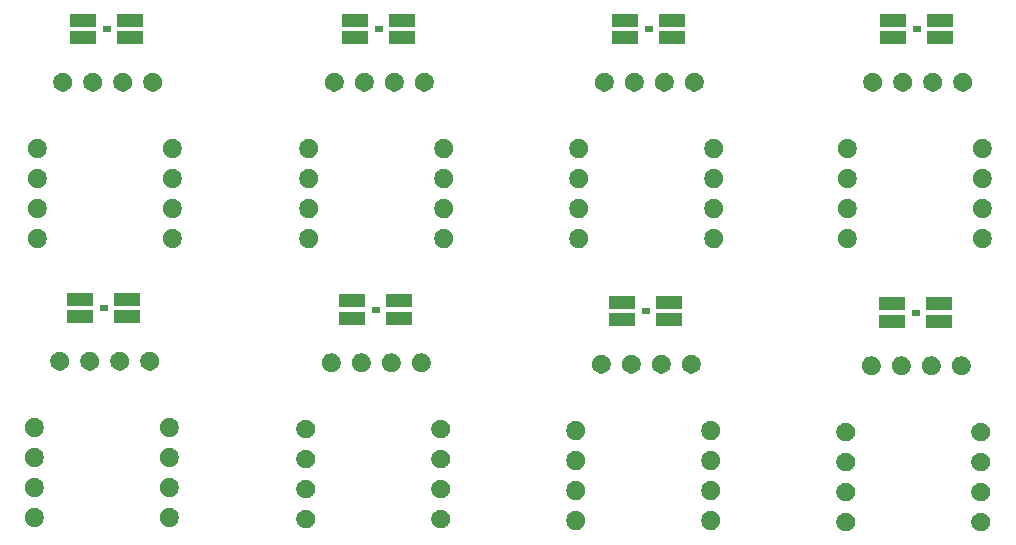
<source format=gbr>
G04 #@! TF.GenerationSoftware,KiCad,Pcbnew,(5.1.4)-1*
G04 #@! TF.CreationDate,2019-12-01T11:28:44-05:00*
G04 #@! TF.ProjectId,bob_ws2811_driver,626f625f-7773-4323-9831-315f64726976,rev?*
G04 #@! TF.SameCoordinates,Original*
G04 #@! TF.FileFunction,Soldermask,Bot*
G04 #@! TF.FilePolarity,Negative*
%FSLAX46Y46*%
G04 Gerber Fmt 4.6, Leading zero omitted, Abs format (unit mm)*
G04 Created by KiCad (PCBNEW (5.1.4)-1) date 2019-12-01 11:28:44*
%MOMM*%
%LPD*%
G04 APERTURE LIST*
%ADD10C,0.100000*%
G04 APERTURE END LIST*
D10*
G36*
X111328200Y-52374800D02*
G01*
X111937800Y-52374800D01*
X111937800Y-51968400D01*
X111328200Y-51968400D01*
X111328200Y-52374800D01*
G37*
X111328200Y-52374800D02*
X111937800Y-52374800D01*
X111937800Y-51968400D01*
X111328200Y-51968400D01*
X111328200Y-52374800D01*
G36*
X134315200Y-52501800D02*
G01*
X134924800Y-52501800D01*
X134924800Y-52095400D01*
X134315200Y-52095400D01*
X134315200Y-52501800D01*
G37*
X134315200Y-52501800D02*
X134924800Y-52501800D01*
X134924800Y-52095400D01*
X134315200Y-52095400D01*
X134315200Y-52501800D01*
G36*
X157175200Y-52628800D02*
G01*
X157784800Y-52628800D01*
X157784800Y-52222400D01*
X157175200Y-52222400D01*
X157175200Y-52628800D01*
G37*
X157175200Y-52628800D02*
X157784800Y-52628800D01*
X157784800Y-52222400D01*
X157175200Y-52222400D01*
X157175200Y-52628800D01*
G36*
X180035200Y-52755800D02*
G01*
X180644800Y-52755800D01*
X180644800Y-52349400D01*
X180035200Y-52349400D01*
X180035200Y-52755800D01*
G37*
X180035200Y-52755800D02*
X180644800Y-52755800D01*
X180644800Y-52349400D01*
X180035200Y-52349400D01*
X180035200Y-52755800D01*
G36*
X180162200Y-28752800D02*
G01*
X180771800Y-28752800D01*
X180771800Y-28346400D01*
X180162200Y-28346400D01*
X180162200Y-28752800D01*
G37*
X180162200Y-28752800D02*
X180771800Y-28752800D01*
X180771800Y-28346400D01*
X180162200Y-28346400D01*
X180162200Y-28752800D01*
G36*
X157429200Y-28752800D02*
G01*
X158038800Y-28752800D01*
X158038800Y-28346400D01*
X157429200Y-28346400D01*
X157429200Y-28752800D01*
G37*
X157429200Y-28752800D02*
X158038800Y-28752800D01*
X158038800Y-28346400D01*
X157429200Y-28346400D01*
X157429200Y-28752800D01*
G36*
X134569200Y-28752800D02*
G01*
X135178800Y-28752800D01*
X135178800Y-28346400D01*
X134569200Y-28346400D01*
X134569200Y-28752800D01*
G37*
X134569200Y-28752800D02*
X135178800Y-28752800D01*
X135178800Y-28346400D01*
X134569200Y-28346400D01*
X134569200Y-28752800D01*
G36*
X111582200Y-28752800D02*
G01*
X112191800Y-28752800D01*
X112191800Y-28346400D01*
X111582200Y-28346400D01*
X111582200Y-28752800D01*
G37*
X111582200Y-28752800D02*
X112191800Y-28752800D01*
X112191800Y-28346400D01*
X111582200Y-28346400D01*
X111582200Y-28752800D01*
G36*
X186113642Y-69539781D02*
G01*
X186259414Y-69600162D01*
X186259416Y-69600163D01*
X186390608Y-69687822D01*
X186502178Y-69799392D01*
X186517523Y-69822358D01*
X186589838Y-69930586D01*
X186650219Y-70076358D01*
X186681000Y-70231107D01*
X186681000Y-70388893D01*
X186650219Y-70543642D01*
X186610787Y-70638838D01*
X186589837Y-70689416D01*
X186502178Y-70820608D01*
X186390608Y-70932178D01*
X186259416Y-71019837D01*
X186259415Y-71019838D01*
X186259414Y-71019838D01*
X186113642Y-71080219D01*
X185958893Y-71111000D01*
X185801107Y-71111000D01*
X185646358Y-71080219D01*
X185500586Y-71019838D01*
X185500585Y-71019838D01*
X185500584Y-71019837D01*
X185369392Y-70932178D01*
X185257822Y-70820608D01*
X185170163Y-70689416D01*
X185149213Y-70638838D01*
X185109781Y-70543642D01*
X185079000Y-70388893D01*
X185079000Y-70231107D01*
X185109781Y-70076358D01*
X185170162Y-69930586D01*
X185242477Y-69822358D01*
X185257822Y-69799392D01*
X185369392Y-69687822D01*
X185500584Y-69600163D01*
X185500586Y-69600162D01*
X185646358Y-69539781D01*
X185801107Y-69509000D01*
X185958893Y-69509000D01*
X186113642Y-69539781D01*
X186113642Y-69539781D01*
G37*
G36*
X174683642Y-69539781D02*
G01*
X174829414Y-69600162D01*
X174829416Y-69600163D01*
X174960608Y-69687822D01*
X175072178Y-69799392D01*
X175087523Y-69822358D01*
X175159838Y-69930586D01*
X175220219Y-70076358D01*
X175251000Y-70231107D01*
X175251000Y-70388893D01*
X175220219Y-70543642D01*
X175180787Y-70638838D01*
X175159837Y-70689416D01*
X175072178Y-70820608D01*
X174960608Y-70932178D01*
X174829416Y-71019837D01*
X174829415Y-71019838D01*
X174829414Y-71019838D01*
X174683642Y-71080219D01*
X174528893Y-71111000D01*
X174371107Y-71111000D01*
X174216358Y-71080219D01*
X174070586Y-71019838D01*
X174070585Y-71019838D01*
X174070584Y-71019837D01*
X173939392Y-70932178D01*
X173827822Y-70820608D01*
X173740163Y-70689416D01*
X173719213Y-70638838D01*
X173679781Y-70543642D01*
X173649000Y-70388893D01*
X173649000Y-70231107D01*
X173679781Y-70076358D01*
X173740162Y-69930586D01*
X173812477Y-69822358D01*
X173827822Y-69799392D01*
X173939392Y-69687822D01*
X174070584Y-69600163D01*
X174070586Y-69600162D01*
X174216358Y-69539781D01*
X174371107Y-69509000D01*
X174528893Y-69509000D01*
X174683642Y-69539781D01*
X174683642Y-69539781D01*
G37*
G36*
X151823642Y-69412781D02*
G01*
X151969414Y-69473162D01*
X151969416Y-69473163D01*
X152100608Y-69560822D01*
X152212178Y-69672392D01*
X152299837Y-69803584D01*
X152299838Y-69803586D01*
X152360219Y-69949358D01*
X152391000Y-70104107D01*
X152391000Y-70261893D01*
X152360219Y-70416642D01*
X152307613Y-70543643D01*
X152299837Y-70562416D01*
X152212178Y-70693608D01*
X152100608Y-70805178D01*
X151969416Y-70892837D01*
X151969415Y-70892838D01*
X151969414Y-70892838D01*
X151823642Y-70953219D01*
X151668893Y-70984000D01*
X151511107Y-70984000D01*
X151356358Y-70953219D01*
X151210586Y-70892838D01*
X151210585Y-70892838D01*
X151210584Y-70892837D01*
X151079392Y-70805178D01*
X150967822Y-70693608D01*
X150880163Y-70562416D01*
X150872387Y-70543643D01*
X150819781Y-70416642D01*
X150789000Y-70261893D01*
X150789000Y-70104107D01*
X150819781Y-69949358D01*
X150880162Y-69803586D01*
X150880163Y-69803584D01*
X150967822Y-69672392D01*
X151079392Y-69560822D01*
X151210584Y-69473163D01*
X151210586Y-69473162D01*
X151356358Y-69412781D01*
X151511107Y-69382000D01*
X151668893Y-69382000D01*
X151823642Y-69412781D01*
X151823642Y-69412781D01*
G37*
G36*
X163253642Y-69412781D02*
G01*
X163399414Y-69473162D01*
X163399416Y-69473163D01*
X163530608Y-69560822D01*
X163642178Y-69672392D01*
X163729837Y-69803584D01*
X163729838Y-69803586D01*
X163790219Y-69949358D01*
X163821000Y-70104107D01*
X163821000Y-70261893D01*
X163790219Y-70416642D01*
X163737613Y-70543643D01*
X163729837Y-70562416D01*
X163642178Y-70693608D01*
X163530608Y-70805178D01*
X163399416Y-70892837D01*
X163399415Y-70892838D01*
X163399414Y-70892838D01*
X163253642Y-70953219D01*
X163098893Y-70984000D01*
X162941107Y-70984000D01*
X162786358Y-70953219D01*
X162640586Y-70892838D01*
X162640585Y-70892838D01*
X162640584Y-70892837D01*
X162509392Y-70805178D01*
X162397822Y-70693608D01*
X162310163Y-70562416D01*
X162302387Y-70543643D01*
X162249781Y-70416642D01*
X162219000Y-70261893D01*
X162219000Y-70104107D01*
X162249781Y-69949358D01*
X162310162Y-69803586D01*
X162310163Y-69803584D01*
X162397822Y-69672392D01*
X162509392Y-69560822D01*
X162640584Y-69473163D01*
X162640586Y-69473162D01*
X162786358Y-69412781D01*
X162941107Y-69382000D01*
X163098893Y-69382000D01*
X163253642Y-69412781D01*
X163253642Y-69412781D01*
G37*
G36*
X128963642Y-69285781D02*
G01*
X129109414Y-69346162D01*
X129109416Y-69346163D01*
X129240608Y-69433822D01*
X129352178Y-69545392D01*
X129439837Y-69676584D01*
X129439838Y-69676586D01*
X129500219Y-69822358D01*
X129531000Y-69977107D01*
X129531000Y-70134893D01*
X129500219Y-70289642D01*
X129447613Y-70416643D01*
X129439837Y-70435416D01*
X129352178Y-70566608D01*
X129240608Y-70678178D01*
X129109416Y-70765837D01*
X129109415Y-70765838D01*
X129109414Y-70765838D01*
X128963642Y-70826219D01*
X128808893Y-70857000D01*
X128651107Y-70857000D01*
X128496358Y-70826219D01*
X128350586Y-70765838D01*
X128350585Y-70765838D01*
X128350584Y-70765837D01*
X128219392Y-70678178D01*
X128107822Y-70566608D01*
X128020163Y-70435416D01*
X128012387Y-70416643D01*
X127959781Y-70289642D01*
X127929000Y-70134893D01*
X127929000Y-69977107D01*
X127959781Y-69822358D01*
X128020162Y-69676586D01*
X128020163Y-69676584D01*
X128107822Y-69545392D01*
X128219392Y-69433822D01*
X128350584Y-69346163D01*
X128350586Y-69346162D01*
X128496358Y-69285781D01*
X128651107Y-69255000D01*
X128808893Y-69255000D01*
X128963642Y-69285781D01*
X128963642Y-69285781D01*
G37*
G36*
X140393642Y-69285781D02*
G01*
X140539414Y-69346162D01*
X140539416Y-69346163D01*
X140670608Y-69433822D01*
X140782178Y-69545392D01*
X140869837Y-69676584D01*
X140869838Y-69676586D01*
X140930219Y-69822358D01*
X140961000Y-69977107D01*
X140961000Y-70134893D01*
X140930219Y-70289642D01*
X140877613Y-70416643D01*
X140869837Y-70435416D01*
X140782178Y-70566608D01*
X140670608Y-70678178D01*
X140539416Y-70765837D01*
X140539415Y-70765838D01*
X140539414Y-70765838D01*
X140393642Y-70826219D01*
X140238893Y-70857000D01*
X140081107Y-70857000D01*
X139926358Y-70826219D01*
X139780586Y-70765838D01*
X139780585Y-70765838D01*
X139780584Y-70765837D01*
X139649392Y-70678178D01*
X139537822Y-70566608D01*
X139450163Y-70435416D01*
X139442387Y-70416643D01*
X139389781Y-70289642D01*
X139359000Y-70134893D01*
X139359000Y-69977107D01*
X139389781Y-69822358D01*
X139450162Y-69676586D01*
X139450163Y-69676584D01*
X139537822Y-69545392D01*
X139649392Y-69433822D01*
X139780584Y-69346163D01*
X139780586Y-69346162D01*
X139926358Y-69285781D01*
X140081107Y-69255000D01*
X140238893Y-69255000D01*
X140393642Y-69285781D01*
X140393642Y-69285781D01*
G37*
G36*
X117406642Y-69158781D02*
G01*
X117552414Y-69219162D01*
X117552416Y-69219163D01*
X117683608Y-69306822D01*
X117795178Y-69418392D01*
X117882837Y-69549584D01*
X117882838Y-69549586D01*
X117943219Y-69695358D01*
X117974000Y-69850107D01*
X117974000Y-70007893D01*
X117943219Y-70162642D01*
X117890613Y-70289643D01*
X117882837Y-70308416D01*
X117795178Y-70439608D01*
X117683608Y-70551178D01*
X117552416Y-70638837D01*
X117552415Y-70638838D01*
X117552414Y-70638838D01*
X117406642Y-70699219D01*
X117251893Y-70730000D01*
X117094107Y-70730000D01*
X116939358Y-70699219D01*
X116793586Y-70638838D01*
X116793585Y-70638838D01*
X116793584Y-70638837D01*
X116662392Y-70551178D01*
X116550822Y-70439608D01*
X116463163Y-70308416D01*
X116455387Y-70289643D01*
X116402781Y-70162642D01*
X116372000Y-70007893D01*
X116372000Y-69850107D01*
X116402781Y-69695358D01*
X116463162Y-69549586D01*
X116463163Y-69549584D01*
X116550822Y-69418392D01*
X116662392Y-69306822D01*
X116793584Y-69219163D01*
X116793586Y-69219162D01*
X116939358Y-69158781D01*
X117094107Y-69128000D01*
X117251893Y-69128000D01*
X117406642Y-69158781D01*
X117406642Y-69158781D01*
G37*
G36*
X105976642Y-69158781D02*
G01*
X106122414Y-69219162D01*
X106122416Y-69219163D01*
X106253608Y-69306822D01*
X106365178Y-69418392D01*
X106452837Y-69549584D01*
X106452838Y-69549586D01*
X106513219Y-69695358D01*
X106544000Y-69850107D01*
X106544000Y-70007893D01*
X106513219Y-70162642D01*
X106460613Y-70289643D01*
X106452837Y-70308416D01*
X106365178Y-70439608D01*
X106253608Y-70551178D01*
X106122416Y-70638837D01*
X106122415Y-70638838D01*
X106122414Y-70638838D01*
X105976642Y-70699219D01*
X105821893Y-70730000D01*
X105664107Y-70730000D01*
X105509358Y-70699219D01*
X105363586Y-70638838D01*
X105363585Y-70638838D01*
X105363584Y-70638837D01*
X105232392Y-70551178D01*
X105120822Y-70439608D01*
X105033163Y-70308416D01*
X105025387Y-70289643D01*
X104972781Y-70162642D01*
X104942000Y-70007893D01*
X104942000Y-69850107D01*
X104972781Y-69695358D01*
X105033162Y-69549586D01*
X105033163Y-69549584D01*
X105120822Y-69418392D01*
X105232392Y-69306822D01*
X105363584Y-69219163D01*
X105363586Y-69219162D01*
X105509358Y-69158781D01*
X105664107Y-69128000D01*
X105821893Y-69128000D01*
X105976642Y-69158781D01*
X105976642Y-69158781D01*
G37*
G36*
X186113642Y-66999781D02*
G01*
X186259414Y-67060162D01*
X186259416Y-67060163D01*
X186390608Y-67147822D01*
X186502178Y-67259392D01*
X186517523Y-67282358D01*
X186589838Y-67390586D01*
X186650219Y-67536358D01*
X186681000Y-67691107D01*
X186681000Y-67848893D01*
X186650219Y-68003642D01*
X186610787Y-68098838D01*
X186589837Y-68149416D01*
X186502178Y-68280608D01*
X186390608Y-68392178D01*
X186259416Y-68479837D01*
X186259415Y-68479838D01*
X186259414Y-68479838D01*
X186113642Y-68540219D01*
X185958893Y-68571000D01*
X185801107Y-68571000D01*
X185646358Y-68540219D01*
X185500586Y-68479838D01*
X185500585Y-68479838D01*
X185500584Y-68479837D01*
X185369392Y-68392178D01*
X185257822Y-68280608D01*
X185170163Y-68149416D01*
X185149213Y-68098838D01*
X185109781Y-68003642D01*
X185079000Y-67848893D01*
X185079000Y-67691107D01*
X185109781Y-67536358D01*
X185170162Y-67390586D01*
X185242477Y-67282358D01*
X185257822Y-67259392D01*
X185369392Y-67147822D01*
X185500584Y-67060163D01*
X185500586Y-67060162D01*
X185646358Y-66999781D01*
X185801107Y-66969000D01*
X185958893Y-66969000D01*
X186113642Y-66999781D01*
X186113642Y-66999781D01*
G37*
G36*
X174683642Y-66999781D02*
G01*
X174829414Y-67060162D01*
X174829416Y-67060163D01*
X174960608Y-67147822D01*
X175072178Y-67259392D01*
X175087523Y-67282358D01*
X175159838Y-67390586D01*
X175220219Y-67536358D01*
X175251000Y-67691107D01*
X175251000Y-67848893D01*
X175220219Y-68003642D01*
X175180787Y-68098838D01*
X175159837Y-68149416D01*
X175072178Y-68280608D01*
X174960608Y-68392178D01*
X174829416Y-68479837D01*
X174829415Y-68479838D01*
X174829414Y-68479838D01*
X174683642Y-68540219D01*
X174528893Y-68571000D01*
X174371107Y-68571000D01*
X174216358Y-68540219D01*
X174070586Y-68479838D01*
X174070585Y-68479838D01*
X174070584Y-68479837D01*
X173939392Y-68392178D01*
X173827822Y-68280608D01*
X173740163Y-68149416D01*
X173719213Y-68098838D01*
X173679781Y-68003642D01*
X173649000Y-67848893D01*
X173649000Y-67691107D01*
X173679781Y-67536358D01*
X173740162Y-67390586D01*
X173812477Y-67282358D01*
X173827822Y-67259392D01*
X173939392Y-67147822D01*
X174070584Y-67060163D01*
X174070586Y-67060162D01*
X174216358Y-66999781D01*
X174371107Y-66969000D01*
X174528893Y-66969000D01*
X174683642Y-66999781D01*
X174683642Y-66999781D01*
G37*
G36*
X151823642Y-66872781D02*
G01*
X151969414Y-66933162D01*
X151969416Y-66933163D01*
X152100608Y-67020822D01*
X152212178Y-67132392D01*
X152299837Y-67263584D01*
X152299838Y-67263586D01*
X152360219Y-67409358D01*
X152391000Y-67564107D01*
X152391000Y-67721893D01*
X152360219Y-67876642D01*
X152307613Y-68003643D01*
X152299837Y-68022416D01*
X152212178Y-68153608D01*
X152100608Y-68265178D01*
X151969416Y-68352837D01*
X151969415Y-68352838D01*
X151969414Y-68352838D01*
X151823642Y-68413219D01*
X151668893Y-68444000D01*
X151511107Y-68444000D01*
X151356358Y-68413219D01*
X151210586Y-68352838D01*
X151210585Y-68352838D01*
X151210584Y-68352837D01*
X151079392Y-68265178D01*
X150967822Y-68153608D01*
X150880163Y-68022416D01*
X150872387Y-68003643D01*
X150819781Y-67876642D01*
X150789000Y-67721893D01*
X150789000Y-67564107D01*
X150819781Y-67409358D01*
X150880162Y-67263586D01*
X150880163Y-67263584D01*
X150967822Y-67132392D01*
X151079392Y-67020822D01*
X151210584Y-66933163D01*
X151210586Y-66933162D01*
X151356358Y-66872781D01*
X151511107Y-66842000D01*
X151668893Y-66842000D01*
X151823642Y-66872781D01*
X151823642Y-66872781D01*
G37*
G36*
X163253642Y-66872781D02*
G01*
X163399414Y-66933162D01*
X163399416Y-66933163D01*
X163530608Y-67020822D01*
X163642178Y-67132392D01*
X163729837Y-67263584D01*
X163729838Y-67263586D01*
X163790219Y-67409358D01*
X163821000Y-67564107D01*
X163821000Y-67721893D01*
X163790219Y-67876642D01*
X163737613Y-68003643D01*
X163729837Y-68022416D01*
X163642178Y-68153608D01*
X163530608Y-68265178D01*
X163399416Y-68352837D01*
X163399415Y-68352838D01*
X163399414Y-68352838D01*
X163253642Y-68413219D01*
X163098893Y-68444000D01*
X162941107Y-68444000D01*
X162786358Y-68413219D01*
X162640586Y-68352838D01*
X162640585Y-68352838D01*
X162640584Y-68352837D01*
X162509392Y-68265178D01*
X162397822Y-68153608D01*
X162310163Y-68022416D01*
X162302387Y-68003643D01*
X162249781Y-67876642D01*
X162219000Y-67721893D01*
X162219000Y-67564107D01*
X162249781Y-67409358D01*
X162310162Y-67263586D01*
X162310163Y-67263584D01*
X162397822Y-67132392D01*
X162509392Y-67020822D01*
X162640584Y-66933163D01*
X162640586Y-66933162D01*
X162786358Y-66872781D01*
X162941107Y-66842000D01*
X163098893Y-66842000D01*
X163253642Y-66872781D01*
X163253642Y-66872781D01*
G37*
G36*
X128963642Y-66745781D02*
G01*
X129109414Y-66806162D01*
X129109416Y-66806163D01*
X129240608Y-66893822D01*
X129352178Y-67005392D01*
X129439837Y-67136584D01*
X129439838Y-67136586D01*
X129500219Y-67282358D01*
X129531000Y-67437107D01*
X129531000Y-67594893D01*
X129500219Y-67749642D01*
X129447613Y-67876643D01*
X129439837Y-67895416D01*
X129352178Y-68026608D01*
X129240608Y-68138178D01*
X129109416Y-68225837D01*
X129109415Y-68225838D01*
X129109414Y-68225838D01*
X128963642Y-68286219D01*
X128808893Y-68317000D01*
X128651107Y-68317000D01*
X128496358Y-68286219D01*
X128350586Y-68225838D01*
X128350585Y-68225838D01*
X128350584Y-68225837D01*
X128219392Y-68138178D01*
X128107822Y-68026608D01*
X128020163Y-67895416D01*
X128012387Y-67876643D01*
X127959781Y-67749642D01*
X127929000Y-67594893D01*
X127929000Y-67437107D01*
X127959781Y-67282358D01*
X128020162Y-67136586D01*
X128020163Y-67136584D01*
X128107822Y-67005392D01*
X128219392Y-66893822D01*
X128350584Y-66806163D01*
X128350586Y-66806162D01*
X128496358Y-66745781D01*
X128651107Y-66715000D01*
X128808893Y-66715000D01*
X128963642Y-66745781D01*
X128963642Y-66745781D01*
G37*
G36*
X140393642Y-66745781D02*
G01*
X140539414Y-66806162D01*
X140539416Y-66806163D01*
X140670608Y-66893822D01*
X140782178Y-67005392D01*
X140869837Y-67136584D01*
X140869838Y-67136586D01*
X140930219Y-67282358D01*
X140961000Y-67437107D01*
X140961000Y-67594893D01*
X140930219Y-67749642D01*
X140877613Y-67876643D01*
X140869837Y-67895416D01*
X140782178Y-68026608D01*
X140670608Y-68138178D01*
X140539416Y-68225837D01*
X140539415Y-68225838D01*
X140539414Y-68225838D01*
X140393642Y-68286219D01*
X140238893Y-68317000D01*
X140081107Y-68317000D01*
X139926358Y-68286219D01*
X139780586Y-68225838D01*
X139780585Y-68225838D01*
X139780584Y-68225837D01*
X139649392Y-68138178D01*
X139537822Y-68026608D01*
X139450163Y-67895416D01*
X139442387Y-67876643D01*
X139389781Y-67749642D01*
X139359000Y-67594893D01*
X139359000Y-67437107D01*
X139389781Y-67282358D01*
X139450162Y-67136586D01*
X139450163Y-67136584D01*
X139537822Y-67005392D01*
X139649392Y-66893822D01*
X139780584Y-66806163D01*
X139780586Y-66806162D01*
X139926358Y-66745781D01*
X140081107Y-66715000D01*
X140238893Y-66715000D01*
X140393642Y-66745781D01*
X140393642Y-66745781D01*
G37*
G36*
X117406642Y-66618781D02*
G01*
X117552414Y-66679162D01*
X117552416Y-66679163D01*
X117683608Y-66766822D01*
X117795178Y-66878392D01*
X117882837Y-67009584D01*
X117882838Y-67009586D01*
X117943219Y-67155358D01*
X117974000Y-67310107D01*
X117974000Y-67467893D01*
X117943219Y-67622642D01*
X117890613Y-67749643D01*
X117882837Y-67768416D01*
X117795178Y-67899608D01*
X117683608Y-68011178D01*
X117552416Y-68098837D01*
X117552415Y-68098838D01*
X117552414Y-68098838D01*
X117406642Y-68159219D01*
X117251893Y-68190000D01*
X117094107Y-68190000D01*
X116939358Y-68159219D01*
X116793586Y-68098838D01*
X116793585Y-68098838D01*
X116793584Y-68098837D01*
X116662392Y-68011178D01*
X116550822Y-67899608D01*
X116463163Y-67768416D01*
X116455387Y-67749643D01*
X116402781Y-67622642D01*
X116372000Y-67467893D01*
X116372000Y-67310107D01*
X116402781Y-67155358D01*
X116463162Y-67009586D01*
X116463163Y-67009584D01*
X116550822Y-66878392D01*
X116662392Y-66766822D01*
X116793584Y-66679163D01*
X116793586Y-66679162D01*
X116939358Y-66618781D01*
X117094107Y-66588000D01*
X117251893Y-66588000D01*
X117406642Y-66618781D01*
X117406642Y-66618781D01*
G37*
G36*
X105976642Y-66618781D02*
G01*
X106122414Y-66679162D01*
X106122416Y-66679163D01*
X106253608Y-66766822D01*
X106365178Y-66878392D01*
X106452837Y-67009584D01*
X106452838Y-67009586D01*
X106513219Y-67155358D01*
X106544000Y-67310107D01*
X106544000Y-67467893D01*
X106513219Y-67622642D01*
X106460613Y-67749643D01*
X106452837Y-67768416D01*
X106365178Y-67899608D01*
X106253608Y-68011178D01*
X106122416Y-68098837D01*
X106122415Y-68098838D01*
X106122414Y-68098838D01*
X105976642Y-68159219D01*
X105821893Y-68190000D01*
X105664107Y-68190000D01*
X105509358Y-68159219D01*
X105363586Y-68098838D01*
X105363585Y-68098838D01*
X105363584Y-68098837D01*
X105232392Y-68011178D01*
X105120822Y-67899608D01*
X105033163Y-67768416D01*
X105025387Y-67749643D01*
X104972781Y-67622642D01*
X104942000Y-67467893D01*
X104942000Y-67310107D01*
X104972781Y-67155358D01*
X105033162Y-67009586D01*
X105033163Y-67009584D01*
X105120822Y-66878392D01*
X105232392Y-66766822D01*
X105363584Y-66679163D01*
X105363586Y-66679162D01*
X105509358Y-66618781D01*
X105664107Y-66588000D01*
X105821893Y-66588000D01*
X105976642Y-66618781D01*
X105976642Y-66618781D01*
G37*
G36*
X174683642Y-64459781D02*
G01*
X174829414Y-64520162D01*
X174829416Y-64520163D01*
X174960608Y-64607822D01*
X175072178Y-64719392D01*
X175087523Y-64742358D01*
X175159838Y-64850586D01*
X175220219Y-64996358D01*
X175251000Y-65151107D01*
X175251000Y-65308893D01*
X175220219Y-65463642D01*
X175180787Y-65558838D01*
X175159837Y-65609416D01*
X175072178Y-65740608D01*
X174960608Y-65852178D01*
X174829416Y-65939837D01*
X174829415Y-65939838D01*
X174829414Y-65939838D01*
X174683642Y-66000219D01*
X174528893Y-66031000D01*
X174371107Y-66031000D01*
X174216358Y-66000219D01*
X174070586Y-65939838D01*
X174070585Y-65939838D01*
X174070584Y-65939837D01*
X173939392Y-65852178D01*
X173827822Y-65740608D01*
X173740163Y-65609416D01*
X173719213Y-65558838D01*
X173679781Y-65463642D01*
X173649000Y-65308893D01*
X173649000Y-65151107D01*
X173679781Y-64996358D01*
X173740162Y-64850586D01*
X173812477Y-64742358D01*
X173827822Y-64719392D01*
X173939392Y-64607822D01*
X174070584Y-64520163D01*
X174070586Y-64520162D01*
X174216358Y-64459781D01*
X174371107Y-64429000D01*
X174528893Y-64429000D01*
X174683642Y-64459781D01*
X174683642Y-64459781D01*
G37*
G36*
X186113642Y-64459781D02*
G01*
X186259414Y-64520162D01*
X186259416Y-64520163D01*
X186390608Y-64607822D01*
X186502178Y-64719392D01*
X186517523Y-64742358D01*
X186589838Y-64850586D01*
X186650219Y-64996358D01*
X186681000Y-65151107D01*
X186681000Y-65308893D01*
X186650219Y-65463642D01*
X186610787Y-65558838D01*
X186589837Y-65609416D01*
X186502178Y-65740608D01*
X186390608Y-65852178D01*
X186259416Y-65939837D01*
X186259415Y-65939838D01*
X186259414Y-65939838D01*
X186113642Y-66000219D01*
X185958893Y-66031000D01*
X185801107Y-66031000D01*
X185646358Y-66000219D01*
X185500586Y-65939838D01*
X185500585Y-65939838D01*
X185500584Y-65939837D01*
X185369392Y-65852178D01*
X185257822Y-65740608D01*
X185170163Y-65609416D01*
X185149213Y-65558838D01*
X185109781Y-65463642D01*
X185079000Y-65308893D01*
X185079000Y-65151107D01*
X185109781Y-64996358D01*
X185170162Y-64850586D01*
X185242477Y-64742358D01*
X185257822Y-64719392D01*
X185369392Y-64607822D01*
X185500584Y-64520163D01*
X185500586Y-64520162D01*
X185646358Y-64459781D01*
X185801107Y-64429000D01*
X185958893Y-64429000D01*
X186113642Y-64459781D01*
X186113642Y-64459781D01*
G37*
G36*
X163253642Y-64332781D02*
G01*
X163399414Y-64393162D01*
X163399416Y-64393163D01*
X163530608Y-64480822D01*
X163642178Y-64592392D01*
X163729837Y-64723584D01*
X163729838Y-64723586D01*
X163790219Y-64869358D01*
X163821000Y-65024107D01*
X163821000Y-65181893D01*
X163790219Y-65336642D01*
X163737613Y-65463643D01*
X163729837Y-65482416D01*
X163642178Y-65613608D01*
X163530608Y-65725178D01*
X163399416Y-65812837D01*
X163399415Y-65812838D01*
X163399414Y-65812838D01*
X163253642Y-65873219D01*
X163098893Y-65904000D01*
X162941107Y-65904000D01*
X162786358Y-65873219D01*
X162640586Y-65812838D01*
X162640585Y-65812838D01*
X162640584Y-65812837D01*
X162509392Y-65725178D01*
X162397822Y-65613608D01*
X162310163Y-65482416D01*
X162302387Y-65463643D01*
X162249781Y-65336642D01*
X162219000Y-65181893D01*
X162219000Y-65024107D01*
X162249781Y-64869358D01*
X162310162Y-64723586D01*
X162310163Y-64723584D01*
X162397822Y-64592392D01*
X162509392Y-64480822D01*
X162640584Y-64393163D01*
X162640586Y-64393162D01*
X162786358Y-64332781D01*
X162941107Y-64302000D01*
X163098893Y-64302000D01*
X163253642Y-64332781D01*
X163253642Y-64332781D01*
G37*
G36*
X151823642Y-64332781D02*
G01*
X151969414Y-64393162D01*
X151969416Y-64393163D01*
X152100608Y-64480822D01*
X152212178Y-64592392D01*
X152299837Y-64723584D01*
X152299838Y-64723586D01*
X152360219Y-64869358D01*
X152391000Y-65024107D01*
X152391000Y-65181893D01*
X152360219Y-65336642D01*
X152307613Y-65463643D01*
X152299837Y-65482416D01*
X152212178Y-65613608D01*
X152100608Y-65725178D01*
X151969416Y-65812837D01*
X151969415Y-65812838D01*
X151969414Y-65812838D01*
X151823642Y-65873219D01*
X151668893Y-65904000D01*
X151511107Y-65904000D01*
X151356358Y-65873219D01*
X151210586Y-65812838D01*
X151210585Y-65812838D01*
X151210584Y-65812837D01*
X151079392Y-65725178D01*
X150967822Y-65613608D01*
X150880163Y-65482416D01*
X150872387Y-65463643D01*
X150819781Y-65336642D01*
X150789000Y-65181893D01*
X150789000Y-65024107D01*
X150819781Y-64869358D01*
X150880162Y-64723586D01*
X150880163Y-64723584D01*
X150967822Y-64592392D01*
X151079392Y-64480822D01*
X151210584Y-64393163D01*
X151210586Y-64393162D01*
X151356358Y-64332781D01*
X151511107Y-64302000D01*
X151668893Y-64302000D01*
X151823642Y-64332781D01*
X151823642Y-64332781D01*
G37*
G36*
X140393642Y-64205781D02*
G01*
X140539414Y-64266162D01*
X140539416Y-64266163D01*
X140670608Y-64353822D01*
X140782178Y-64465392D01*
X140869837Y-64596584D01*
X140869838Y-64596586D01*
X140930219Y-64742358D01*
X140961000Y-64897107D01*
X140961000Y-65054893D01*
X140930219Y-65209642D01*
X140877613Y-65336643D01*
X140869837Y-65355416D01*
X140782178Y-65486608D01*
X140670608Y-65598178D01*
X140539416Y-65685837D01*
X140539415Y-65685838D01*
X140539414Y-65685838D01*
X140393642Y-65746219D01*
X140238893Y-65777000D01*
X140081107Y-65777000D01*
X139926358Y-65746219D01*
X139780586Y-65685838D01*
X139780585Y-65685838D01*
X139780584Y-65685837D01*
X139649392Y-65598178D01*
X139537822Y-65486608D01*
X139450163Y-65355416D01*
X139442387Y-65336643D01*
X139389781Y-65209642D01*
X139359000Y-65054893D01*
X139359000Y-64897107D01*
X139389781Y-64742358D01*
X139450162Y-64596586D01*
X139450163Y-64596584D01*
X139537822Y-64465392D01*
X139649392Y-64353822D01*
X139780584Y-64266163D01*
X139780586Y-64266162D01*
X139926358Y-64205781D01*
X140081107Y-64175000D01*
X140238893Y-64175000D01*
X140393642Y-64205781D01*
X140393642Y-64205781D01*
G37*
G36*
X128963642Y-64205781D02*
G01*
X129109414Y-64266162D01*
X129109416Y-64266163D01*
X129240608Y-64353822D01*
X129352178Y-64465392D01*
X129439837Y-64596584D01*
X129439838Y-64596586D01*
X129500219Y-64742358D01*
X129531000Y-64897107D01*
X129531000Y-65054893D01*
X129500219Y-65209642D01*
X129447613Y-65336643D01*
X129439837Y-65355416D01*
X129352178Y-65486608D01*
X129240608Y-65598178D01*
X129109416Y-65685837D01*
X129109415Y-65685838D01*
X129109414Y-65685838D01*
X128963642Y-65746219D01*
X128808893Y-65777000D01*
X128651107Y-65777000D01*
X128496358Y-65746219D01*
X128350586Y-65685838D01*
X128350585Y-65685838D01*
X128350584Y-65685837D01*
X128219392Y-65598178D01*
X128107822Y-65486608D01*
X128020163Y-65355416D01*
X128012387Y-65336643D01*
X127959781Y-65209642D01*
X127929000Y-65054893D01*
X127929000Y-64897107D01*
X127959781Y-64742358D01*
X128020162Y-64596586D01*
X128020163Y-64596584D01*
X128107822Y-64465392D01*
X128219392Y-64353822D01*
X128350584Y-64266163D01*
X128350586Y-64266162D01*
X128496358Y-64205781D01*
X128651107Y-64175000D01*
X128808893Y-64175000D01*
X128963642Y-64205781D01*
X128963642Y-64205781D01*
G37*
G36*
X105976642Y-64078781D02*
G01*
X106122414Y-64139162D01*
X106122416Y-64139163D01*
X106253608Y-64226822D01*
X106365178Y-64338392D01*
X106452837Y-64469584D01*
X106452838Y-64469586D01*
X106513219Y-64615358D01*
X106544000Y-64770107D01*
X106544000Y-64927893D01*
X106513219Y-65082642D01*
X106460613Y-65209643D01*
X106452837Y-65228416D01*
X106365178Y-65359608D01*
X106253608Y-65471178D01*
X106122416Y-65558837D01*
X106122415Y-65558838D01*
X106122414Y-65558838D01*
X105976642Y-65619219D01*
X105821893Y-65650000D01*
X105664107Y-65650000D01*
X105509358Y-65619219D01*
X105363586Y-65558838D01*
X105363585Y-65558838D01*
X105363584Y-65558837D01*
X105232392Y-65471178D01*
X105120822Y-65359608D01*
X105033163Y-65228416D01*
X105025387Y-65209643D01*
X104972781Y-65082642D01*
X104942000Y-64927893D01*
X104942000Y-64770107D01*
X104972781Y-64615358D01*
X105033162Y-64469586D01*
X105033163Y-64469584D01*
X105120822Y-64338392D01*
X105232392Y-64226822D01*
X105363584Y-64139163D01*
X105363586Y-64139162D01*
X105509358Y-64078781D01*
X105664107Y-64048000D01*
X105821893Y-64048000D01*
X105976642Y-64078781D01*
X105976642Y-64078781D01*
G37*
G36*
X117406642Y-64078781D02*
G01*
X117552414Y-64139162D01*
X117552416Y-64139163D01*
X117683608Y-64226822D01*
X117795178Y-64338392D01*
X117882837Y-64469584D01*
X117882838Y-64469586D01*
X117943219Y-64615358D01*
X117974000Y-64770107D01*
X117974000Y-64927893D01*
X117943219Y-65082642D01*
X117890613Y-65209643D01*
X117882837Y-65228416D01*
X117795178Y-65359608D01*
X117683608Y-65471178D01*
X117552416Y-65558837D01*
X117552415Y-65558838D01*
X117552414Y-65558838D01*
X117406642Y-65619219D01*
X117251893Y-65650000D01*
X117094107Y-65650000D01*
X116939358Y-65619219D01*
X116793586Y-65558838D01*
X116793585Y-65558838D01*
X116793584Y-65558837D01*
X116662392Y-65471178D01*
X116550822Y-65359608D01*
X116463163Y-65228416D01*
X116455387Y-65209643D01*
X116402781Y-65082642D01*
X116372000Y-64927893D01*
X116372000Y-64770107D01*
X116402781Y-64615358D01*
X116463162Y-64469586D01*
X116463163Y-64469584D01*
X116550822Y-64338392D01*
X116662392Y-64226822D01*
X116793584Y-64139163D01*
X116793586Y-64139162D01*
X116939358Y-64078781D01*
X117094107Y-64048000D01*
X117251893Y-64048000D01*
X117406642Y-64078781D01*
X117406642Y-64078781D01*
G37*
G36*
X174683642Y-61919781D02*
G01*
X174829414Y-61980162D01*
X174829416Y-61980163D01*
X174960608Y-62067822D01*
X175072178Y-62179392D01*
X175087523Y-62202358D01*
X175159838Y-62310586D01*
X175220219Y-62456358D01*
X175251000Y-62611107D01*
X175251000Y-62768893D01*
X175220219Y-62923642D01*
X175180787Y-63018838D01*
X175159837Y-63069416D01*
X175072178Y-63200608D01*
X174960608Y-63312178D01*
X174829416Y-63399837D01*
X174829415Y-63399838D01*
X174829414Y-63399838D01*
X174683642Y-63460219D01*
X174528893Y-63491000D01*
X174371107Y-63491000D01*
X174216358Y-63460219D01*
X174070586Y-63399838D01*
X174070585Y-63399838D01*
X174070584Y-63399837D01*
X173939392Y-63312178D01*
X173827822Y-63200608D01*
X173740163Y-63069416D01*
X173719213Y-63018838D01*
X173679781Y-62923642D01*
X173649000Y-62768893D01*
X173649000Y-62611107D01*
X173679781Y-62456358D01*
X173740162Y-62310586D01*
X173812477Y-62202358D01*
X173827822Y-62179392D01*
X173939392Y-62067822D01*
X174070584Y-61980163D01*
X174070586Y-61980162D01*
X174216358Y-61919781D01*
X174371107Y-61889000D01*
X174528893Y-61889000D01*
X174683642Y-61919781D01*
X174683642Y-61919781D01*
G37*
G36*
X186113642Y-61919781D02*
G01*
X186259414Y-61980162D01*
X186259416Y-61980163D01*
X186390608Y-62067822D01*
X186502178Y-62179392D01*
X186517523Y-62202358D01*
X186589838Y-62310586D01*
X186650219Y-62456358D01*
X186681000Y-62611107D01*
X186681000Y-62768893D01*
X186650219Y-62923642D01*
X186610787Y-63018838D01*
X186589837Y-63069416D01*
X186502178Y-63200608D01*
X186390608Y-63312178D01*
X186259416Y-63399837D01*
X186259415Y-63399838D01*
X186259414Y-63399838D01*
X186113642Y-63460219D01*
X185958893Y-63491000D01*
X185801107Y-63491000D01*
X185646358Y-63460219D01*
X185500586Y-63399838D01*
X185500585Y-63399838D01*
X185500584Y-63399837D01*
X185369392Y-63312178D01*
X185257822Y-63200608D01*
X185170163Y-63069416D01*
X185149213Y-63018838D01*
X185109781Y-62923642D01*
X185079000Y-62768893D01*
X185079000Y-62611107D01*
X185109781Y-62456358D01*
X185170162Y-62310586D01*
X185242477Y-62202358D01*
X185257822Y-62179392D01*
X185369392Y-62067822D01*
X185500584Y-61980163D01*
X185500586Y-61980162D01*
X185646358Y-61919781D01*
X185801107Y-61889000D01*
X185958893Y-61889000D01*
X186113642Y-61919781D01*
X186113642Y-61919781D01*
G37*
G36*
X163253642Y-61792781D02*
G01*
X163399414Y-61853162D01*
X163399416Y-61853163D01*
X163530608Y-61940822D01*
X163642178Y-62052392D01*
X163729837Y-62183584D01*
X163729838Y-62183586D01*
X163790219Y-62329358D01*
X163821000Y-62484107D01*
X163821000Y-62641893D01*
X163790219Y-62796642D01*
X163737613Y-62923643D01*
X163729837Y-62942416D01*
X163642178Y-63073608D01*
X163530608Y-63185178D01*
X163399416Y-63272837D01*
X163399415Y-63272838D01*
X163399414Y-63272838D01*
X163253642Y-63333219D01*
X163098893Y-63364000D01*
X162941107Y-63364000D01*
X162786358Y-63333219D01*
X162640586Y-63272838D01*
X162640585Y-63272838D01*
X162640584Y-63272837D01*
X162509392Y-63185178D01*
X162397822Y-63073608D01*
X162310163Y-62942416D01*
X162302387Y-62923643D01*
X162249781Y-62796642D01*
X162219000Y-62641893D01*
X162219000Y-62484107D01*
X162249781Y-62329358D01*
X162310162Y-62183586D01*
X162310163Y-62183584D01*
X162397822Y-62052392D01*
X162509392Y-61940822D01*
X162640584Y-61853163D01*
X162640586Y-61853162D01*
X162786358Y-61792781D01*
X162941107Y-61762000D01*
X163098893Y-61762000D01*
X163253642Y-61792781D01*
X163253642Y-61792781D01*
G37*
G36*
X151823642Y-61792781D02*
G01*
X151969414Y-61853162D01*
X151969416Y-61853163D01*
X152100608Y-61940822D01*
X152212178Y-62052392D01*
X152299837Y-62183584D01*
X152299838Y-62183586D01*
X152360219Y-62329358D01*
X152391000Y-62484107D01*
X152391000Y-62641893D01*
X152360219Y-62796642D01*
X152307613Y-62923643D01*
X152299837Y-62942416D01*
X152212178Y-63073608D01*
X152100608Y-63185178D01*
X151969416Y-63272837D01*
X151969415Y-63272838D01*
X151969414Y-63272838D01*
X151823642Y-63333219D01*
X151668893Y-63364000D01*
X151511107Y-63364000D01*
X151356358Y-63333219D01*
X151210586Y-63272838D01*
X151210585Y-63272838D01*
X151210584Y-63272837D01*
X151079392Y-63185178D01*
X150967822Y-63073608D01*
X150880163Y-62942416D01*
X150872387Y-62923643D01*
X150819781Y-62796642D01*
X150789000Y-62641893D01*
X150789000Y-62484107D01*
X150819781Y-62329358D01*
X150880162Y-62183586D01*
X150880163Y-62183584D01*
X150967822Y-62052392D01*
X151079392Y-61940822D01*
X151210584Y-61853163D01*
X151210586Y-61853162D01*
X151356358Y-61792781D01*
X151511107Y-61762000D01*
X151668893Y-61762000D01*
X151823642Y-61792781D01*
X151823642Y-61792781D01*
G37*
G36*
X128963642Y-61665781D02*
G01*
X129109414Y-61726162D01*
X129109416Y-61726163D01*
X129240608Y-61813822D01*
X129352178Y-61925392D01*
X129439837Y-62056584D01*
X129439838Y-62056586D01*
X129500219Y-62202358D01*
X129531000Y-62357107D01*
X129531000Y-62514893D01*
X129500219Y-62669642D01*
X129447613Y-62796643D01*
X129439837Y-62815416D01*
X129352178Y-62946608D01*
X129240608Y-63058178D01*
X129109416Y-63145837D01*
X129109415Y-63145838D01*
X129109414Y-63145838D01*
X128963642Y-63206219D01*
X128808893Y-63237000D01*
X128651107Y-63237000D01*
X128496358Y-63206219D01*
X128350586Y-63145838D01*
X128350585Y-63145838D01*
X128350584Y-63145837D01*
X128219392Y-63058178D01*
X128107822Y-62946608D01*
X128020163Y-62815416D01*
X128012387Y-62796643D01*
X127959781Y-62669642D01*
X127929000Y-62514893D01*
X127929000Y-62357107D01*
X127959781Y-62202358D01*
X128020162Y-62056586D01*
X128020163Y-62056584D01*
X128107822Y-61925392D01*
X128219392Y-61813822D01*
X128350584Y-61726163D01*
X128350586Y-61726162D01*
X128496358Y-61665781D01*
X128651107Y-61635000D01*
X128808893Y-61635000D01*
X128963642Y-61665781D01*
X128963642Y-61665781D01*
G37*
G36*
X140393642Y-61665781D02*
G01*
X140539414Y-61726162D01*
X140539416Y-61726163D01*
X140670608Y-61813822D01*
X140782178Y-61925392D01*
X140869837Y-62056584D01*
X140869838Y-62056586D01*
X140930219Y-62202358D01*
X140961000Y-62357107D01*
X140961000Y-62514893D01*
X140930219Y-62669642D01*
X140877613Y-62796643D01*
X140869837Y-62815416D01*
X140782178Y-62946608D01*
X140670608Y-63058178D01*
X140539416Y-63145837D01*
X140539415Y-63145838D01*
X140539414Y-63145838D01*
X140393642Y-63206219D01*
X140238893Y-63237000D01*
X140081107Y-63237000D01*
X139926358Y-63206219D01*
X139780586Y-63145838D01*
X139780585Y-63145838D01*
X139780584Y-63145837D01*
X139649392Y-63058178D01*
X139537822Y-62946608D01*
X139450163Y-62815416D01*
X139442387Y-62796643D01*
X139389781Y-62669642D01*
X139359000Y-62514893D01*
X139359000Y-62357107D01*
X139389781Y-62202358D01*
X139450162Y-62056586D01*
X139450163Y-62056584D01*
X139537822Y-61925392D01*
X139649392Y-61813822D01*
X139780584Y-61726163D01*
X139780586Y-61726162D01*
X139926358Y-61665781D01*
X140081107Y-61635000D01*
X140238893Y-61635000D01*
X140393642Y-61665781D01*
X140393642Y-61665781D01*
G37*
G36*
X105976642Y-61538781D02*
G01*
X106122414Y-61599162D01*
X106122416Y-61599163D01*
X106253608Y-61686822D01*
X106365178Y-61798392D01*
X106452837Y-61929584D01*
X106452838Y-61929586D01*
X106513219Y-62075358D01*
X106544000Y-62230107D01*
X106544000Y-62387893D01*
X106513219Y-62542642D01*
X106460613Y-62669643D01*
X106452837Y-62688416D01*
X106365178Y-62819608D01*
X106253608Y-62931178D01*
X106122416Y-63018837D01*
X106122415Y-63018838D01*
X106122414Y-63018838D01*
X105976642Y-63079219D01*
X105821893Y-63110000D01*
X105664107Y-63110000D01*
X105509358Y-63079219D01*
X105363586Y-63018838D01*
X105363585Y-63018838D01*
X105363584Y-63018837D01*
X105232392Y-62931178D01*
X105120822Y-62819608D01*
X105033163Y-62688416D01*
X105025387Y-62669643D01*
X104972781Y-62542642D01*
X104942000Y-62387893D01*
X104942000Y-62230107D01*
X104972781Y-62075358D01*
X105033162Y-61929586D01*
X105033163Y-61929584D01*
X105120822Y-61798392D01*
X105232392Y-61686822D01*
X105363584Y-61599163D01*
X105363586Y-61599162D01*
X105509358Y-61538781D01*
X105664107Y-61508000D01*
X105821893Y-61508000D01*
X105976642Y-61538781D01*
X105976642Y-61538781D01*
G37*
G36*
X117406642Y-61538781D02*
G01*
X117552414Y-61599162D01*
X117552416Y-61599163D01*
X117683608Y-61686822D01*
X117795178Y-61798392D01*
X117882837Y-61929584D01*
X117882838Y-61929586D01*
X117943219Y-62075358D01*
X117974000Y-62230107D01*
X117974000Y-62387893D01*
X117943219Y-62542642D01*
X117890613Y-62669643D01*
X117882837Y-62688416D01*
X117795178Y-62819608D01*
X117683608Y-62931178D01*
X117552416Y-63018837D01*
X117552415Y-63018838D01*
X117552414Y-63018838D01*
X117406642Y-63079219D01*
X117251893Y-63110000D01*
X117094107Y-63110000D01*
X116939358Y-63079219D01*
X116793586Y-63018838D01*
X116793585Y-63018838D01*
X116793584Y-63018837D01*
X116662392Y-62931178D01*
X116550822Y-62819608D01*
X116463163Y-62688416D01*
X116455387Y-62669643D01*
X116402781Y-62542642D01*
X116372000Y-62387893D01*
X116372000Y-62230107D01*
X116402781Y-62075358D01*
X116463162Y-61929586D01*
X116463163Y-61929584D01*
X116550822Y-61798392D01*
X116662392Y-61686822D01*
X116793584Y-61599163D01*
X116793586Y-61599162D01*
X116939358Y-61538781D01*
X117094107Y-61508000D01*
X117251893Y-61508000D01*
X117406642Y-61538781D01*
X117406642Y-61538781D01*
G37*
G36*
X181922642Y-56300781D02*
G01*
X182068414Y-56361162D01*
X182068416Y-56361163D01*
X182199608Y-56448822D01*
X182311178Y-56560392D01*
X182326523Y-56583358D01*
X182398838Y-56691586D01*
X182459219Y-56837358D01*
X182490000Y-56992107D01*
X182490000Y-57149893D01*
X182459219Y-57304642D01*
X182419787Y-57399838D01*
X182398837Y-57450416D01*
X182311178Y-57581608D01*
X182199608Y-57693178D01*
X182068416Y-57780837D01*
X182068415Y-57780838D01*
X182068414Y-57780838D01*
X181922642Y-57841219D01*
X181767893Y-57872000D01*
X181610107Y-57872000D01*
X181455358Y-57841219D01*
X181309586Y-57780838D01*
X181309585Y-57780838D01*
X181309584Y-57780837D01*
X181178392Y-57693178D01*
X181066822Y-57581608D01*
X180979163Y-57450416D01*
X180958213Y-57399838D01*
X180918781Y-57304642D01*
X180888000Y-57149893D01*
X180888000Y-56992107D01*
X180918781Y-56837358D01*
X180979162Y-56691586D01*
X181051477Y-56583358D01*
X181066822Y-56560392D01*
X181178392Y-56448822D01*
X181309584Y-56361163D01*
X181309586Y-56361162D01*
X181455358Y-56300781D01*
X181610107Y-56270000D01*
X181767893Y-56270000D01*
X181922642Y-56300781D01*
X181922642Y-56300781D01*
G37*
G36*
X184462642Y-56300781D02*
G01*
X184608414Y-56361162D01*
X184608416Y-56361163D01*
X184739608Y-56448822D01*
X184851178Y-56560392D01*
X184866523Y-56583358D01*
X184938838Y-56691586D01*
X184999219Y-56837358D01*
X185030000Y-56992107D01*
X185030000Y-57149893D01*
X184999219Y-57304642D01*
X184959787Y-57399838D01*
X184938837Y-57450416D01*
X184851178Y-57581608D01*
X184739608Y-57693178D01*
X184608416Y-57780837D01*
X184608415Y-57780838D01*
X184608414Y-57780838D01*
X184462642Y-57841219D01*
X184307893Y-57872000D01*
X184150107Y-57872000D01*
X183995358Y-57841219D01*
X183849586Y-57780838D01*
X183849585Y-57780838D01*
X183849584Y-57780837D01*
X183718392Y-57693178D01*
X183606822Y-57581608D01*
X183519163Y-57450416D01*
X183498213Y-57399838D01*
X183458781Y-57304642D01*
X183428000Y-57149893D01*
X183428000Y-56992107D01*
X183458781Y-56837358D01*
X183519162Y-56691586D01*
X183591477Y-56583358D01*
X183606822Y-56560392D01*
X183718392Y-56448822D01*
X183849584Y-56361163D01*
X183849586Y-56361162D01*
X183995358Y-56300781D01*
X184150107Y-56270000D01*
X184307893Y-56270000D01*
X184462642Y-56300781D01*
X184462642Y-56300781D01*
G37*
G36*
X179382642Y-56300781D02*
G01*
X179528414Y-56361162D01*
X179528416Y-56361163D01*
X179659608Y-56448822D01*
X179771178Y-56560392D01*
X179786523Y-56583358D01*
X179858838Y-56691586D01*
X179919219Y-56837358D01*
X179950000Y-56992107D01*
X179950000Y-57149893D01*
X179919219Y-57304642D01*
X179879787Y-57399838D01*
X179858837Y-57450416D01*
X179771178Y-57581608D01*
X179659608Y-57693178D01*
X179528416Y-57780837D01*
X179528415Y-57780838D01*
X179528414Y-57780838D01*
X179382642Y-57841219D01*
X179227893Y-57872000D01*
X179070107Y-57872000D01*
X178915358Y-57841219D01*
X178769586Y-57780838D01*
X178769585Y-57780838D01*
X178769584Y-57780837D01*
X178638392Y-57693178D01*
X178526822Y-57581608D01*
X178439163Y-57450416D01*
X178418213Y-57399838D01*
X178378781Y-57304642D01*
X178348000Y-57149893D01*
X178348000Y-56992107D01*
X178378781Y-56837358D01*
X178439162Y-56691586D01*
X178511477Y-56583358D01*
X178526822Y-56560392D01*
X178638392Y-56448822D01*
X178769584Y-56361163D01*
X178769586Y-56361162D01*
X178915358Y-56300781D01*
X179070107Y-56270000D01*
X179227893Y-56270000D01*
X179382642Y-56300781D01*
X179382642Y-56300781D01*
G37*
G36*
X176842642Y-56300781D02*
G01*
X176988414Y-56361162D01*
X176988416Y-56361163D01*
X177119608Y-56448822D01*
X177231178Y-56560392D01*
X177246523Y-56583358D01*
X177318838Y-56691586D01*
X177379219Y-56837358D01*
X177410000Y-56992107D01*
X177410000Y-57149893D01*
X177379219Y-57304642D01*
X177339787Y-57399838D01*
X177318837Y-57450416D01*
X177231178Y-57581608D01*
X177119608Y-57693178D01*
X176988416Y-57780837D01*
X176988415Y-57780838D01*
X176988414Y-57780838D01*
X176842642Y-57841219D01*
X176687893Y-57872000D01*
X176530107Y-57872000D01*
X176375358Y-57841219D01*
X176229586Y-57780838D01*
X176229585Y-57780838D01*
X176229584Y-57780837D01*
X176098392Y-57693178D01*
X175986822Y-57581608D01*
X175899163Y-57450416D01*
X175878213Y-57399838D01*
X175838781Y-57304642D01*
X175808000Y-57149893D01*
X175808000Y-56992107D01*
X175838781Y-56837358D01*
X175899162Y-56691586D01*
X175971477Y-56583358D01*
X175986822Y-56560392D01*
X176098392Y-56448822D01*
X176229584Y-56361163D01*
X176229586Y-56361162D01*
X176375358Y-56300781D01*
X176530107Y-56270000D01*
X176687893Y-56270000D01*
X176842642Y-56300781D01*
X176842642Y-56300781D01*
G37*
G36*
X161602642Y-56173781D02*
G01*
X161748414Y-56234162D01*
X161748416Y-56234163D01*
X161879608Y-56321822D01*
X161991178Y-56433392D01*
X162078837Y-56564584D01*
X162078838Y-56564586D01*
X162139219Y-56710358D01*
X162170000Y-56865107D01*
X162170000Y-57022893D01*
X162139219Y-57177642D01*
X162086613Y-57304643D01*
X162078837Y-57323416D01*
X161991178Y-57454608D01*
X161879608Y-57566178D01*
X161748416Y-57653837D01*
X161748415Y-57653838D01*
X161748414Y-57653838D01*
X161602642Y-57714219D01*
X161447893Y-57745000D01*
X161290107Y-57745000D01*
X161135358Y-57714219D01*
X160989586Y-57653838D01*
X160989585Y-57653838D01*
X160989584Y-57653837D01*
X160858392Y-57566178D01*
X160746822Y-57454608D01*
X160659163Y-57323416D01*
X160651387Y-57304643D01*
X160598781Y-57177642D01*
X160568000Y-57022893D01*
X160568000Y-56865107D01*
X160598781Y-56710358D01*
X160659162Y-56564586D01*
X160659163Y-56564584D01*
X160746822Y-56433392D01*
X160858392Y-56321822D01*
X160989584Y-56234163D01*
X160989586Y-56234162D01*
X161135358Y-56173781D01*
X161290107Y-56143000D01*
X161447893Y-56143000D01*
X161602642Y-56173781D01*
X161602642Y-56173781D01*
G37*
G36*
X153982642Y-56173781D02*
G01*
X154128414Y-56234162D01*
X154128416Y-56234163D01*
X154259608Y-56321822D01*
X154371178Y-56433392D01*
X154458837Y-56564584D01*
X154458838Y-56564586D01*
X154519219Y-56710358D01*
X154550000Y-56865107D01*
X154550000Y-57022893D01*
X154519219Y-57177642D01*
X154466613Y-57304643D01*
X154458837Y-57323416D01*
X154371178Y-57454608D01*
X154259608Y-57566178D01*
X154128416Y-57653837D01*
X154128415Y-57653838D01*
X154128414Y-57653838D01*
X153982642Y-57714219D01*
X153827893Y-57745000D01*
X153670107Y-57745000D01*
X153515358Y-57714219D01*
X153369586Y-57653838D01*
X153369585Y-57653838D01*
X153369584Y-57653837D01*
X153238392Y-57566178D01*
X153126822Y-57454608D01*
X153039163Y-57323416D01*
X153031387Y-57304643D01*
X152978781Y-57177642D01*
X152948000Y-57022893D01*
X152948000Y-56865107D01*
X152978781Y-56710358D01*
X153039162Y-56564586D01*
X153039163Y-56564584D01*
X153126822Y-56433392D01*
X153238392Y-56321822D01*
X153369584Y-56234163D01*
X153369586Y-56234162D01*
X153515358Y-56173781D01*
X153670107Y-56143000D01*
X153827893Y-56143000D01*
X153982642Y-56173781D01*
X153982642Y-56173781D01*
G37*
G36*
X156522642Y-56173781D02*
G01*
X156668414Y-56234162D01*
X156668416Y-56234163D01*
X156799608Y-56321822D01*
X156911178Y-56433392D01*
X156998837Y-56564584D01*
X156998838Y-56564586D01*
X157059219Y-56710358D01*
X157090000Y-56865107D01*
X157090000Y-57022893D01*
X157059219Y-57177642D01*
X157006613Y-57304643D01*
X156998837Y-57323416D01*
X156911178Y-57454608D01*
X156799608Y-57566178D01*
X156668416Y-57653837D01*
X156668415Y-57653838D01*
X156668414Y-57653838D01*
X156522642Y-57714219D01*
X156367893Y-57745000D01*
X156210107Y-57745000D01*
X156055358Y-57714219D01*
X155909586Y-57653838D01*
X155909585Y-57653838D01*
X155909584Y-57653837D01*
X155778392Y-57566178D01*
X155666822Y-57454608D01*
X155579163Y-57323416D01*
X155571387Y-57304643D01*
X155518781Y-57177642D01*
X155488000Y-57022893D01*
X155488000Y-56865107D01*
X155518781Y-56710358D01*
X155579162Y-56564586D01*
X155579163Y-56564584D01*
X155666822Y-56433392D01*
X155778392Y-56321822D01*
X155909584Y-56234163D01*
X155909586Y-56234162D01*
X156055358Y-56173781D01*
X156210107Y-56143000D01*
X156367893Y-56143000D01*
X156522642Y-56173781D01*
X156522642Y-56173781D01*
G37*
G36*
X159062642Y-56173781D02*
G01*
X159208414Y-56234162D01*
X159208416Y-56234163D01*
X159339608Y-56321822D01*
X159451178Y-56433392D01*
X159538837Y-56564584D01*
X159538838Y-56564586D01*
X159599219Y-56710358D01*
X159630000Y-56865107D01*
X159630000Y-57022893D01*
X159599219Y-57177642D01*
X159546613Y-57304643D01*
X159538837Y-57323416D01*
X159451178Y-57454608D01*
X159339608Y-57566178D01*
X159208416Y-57653837D01*
X159208415Y-57653838D01*
X159208414Y-57653838D01*
X159062642Y-57714219D01*
X158907893Y-57745000D01*
X158750107Y-57745000D01*
X158595358Y-57714219D01*
X158449586Y-57653838D01*
X158449585Y-57653838D01*
X158449584Y-57653837D01*
X158318392Y-57566178D01*
X158206822Y-57454608D01*
X158119163Y-57323416D01*
X158111387Y-57304643D01*
X158058781Y-57177642D01*
X158028000Y-57022893D01*
X158028000Y-56865107D01*
X158058781Y-56710358D01*
X158119162Y-56564586D01*
X158119163Y-56564584D01*
X158206822Y-56433392D01*
X158318392Y-56321822D01*
X158449584Y-56234163D01*
X158449586Y-56234162D01*
X158595358Y-56173781D01*
X158750107Y-56143000D01*
X158907893Y-56143000D01*
X159062642Y-56173781D01*
X159062642Y-56173781D01*
G37*
G36*
X133662642Y-56046781D02*
G01*
X133808414Y-56107162D01*
X133808416Y-56107163D01*
X133939608Y-56194822D01*
X134051178Y-56306392D01*
X134138837Y-56437584D01*
X134138838Y-56437586D01*
X134199219Y-56583358D01*
X134230000Y-56738107D01*
X134230000Y-56895893D01*
X134199219Y-57050642D01*
X134146613Y-57177643D01*
X134138837Y-57196416D01*
X134051178Y-57327608D01*
X133939608Y-57439178D01*
X133808416Y-57526837D01*
X133808415Y-57526838D01*
X133808414Y-57526838D01*
X133662642Y-57587219D01*
X133507893Y-57618000D01*
X133350107Y-57618000D01*
X133195358Y-57587219D01*
X133049586Y-57526838D01*
X133049585Y-57526838D01*
X133049584Y-57526837D01*
X132918392Y-57439178D01*
X132806822Y-57327608D01*
X132719163Y-57196416D01*
X132711387Y-57177643D01*
X132658781Y-57050642D01*
X132628000Y-56895893D01*
X132628000Y-56738107D01*
X132658781Y-56583358D01*
X132719162Y-56437586D01*
X132719163Y-56437584D01*
X132806822Y-56306392D01*
X132918392Y-56194822D01*
X133049584Y-56107163D01*
X133049586Y-56107162D01*
X133195358Y-56046781D01*
X133350107Y-56016000D01*
X133507893Y-56016000D01*
X133662642Y-56046781D01*
X133662642Y-56046781D01*
G37*
G36*
X131122642Y-56046781D02*
G01*
X131268414Y-56107162D01*
X131268416Y-56107163D01*
X131399608Y-56194822D01*
X131511178Y-56306392D01*
X131598837Y-56437584D01*
X131598838Y-56437586D01*
X131659219Y-56583358D01*
X131690000Y-56738107D01*
X131690000Y-56895893D01*
X131659219Y-57050642D01*
X131606613Y-57177643D01*
X131598837Y-57196416D01*
X131511178Y-57327608D01*
X131399608Y-57439178D01*
X131268416Y-57526837D01*
X131268415Y-57526838D01*
X131268414Y-57526838D01*
X131122642Y-57587219D01*
X130967893Y-57618000D01*
X130810107Y-57618000D01*
X130655358Y-57587219D01*
X130509586Y-57526838D01*
X130509585Y-57526838D01*
X130509584Y-57526837D01*
X130378392Y-57439178D01*
X130266822Y-57327608D01*
X130179163Y-57196416D01*
X130171387Y-57177643D01*
X130118781Y-57050642D01*
X130088000Y-56895893D01*
X130088000Y-56738107D01*
X130118781Y-56583358D01*
X130179162Y-56437586D01*
X130179163Y-56437584D01*
X130266822Y-56306392D01*
X130378392Y-56194822D01*
X130509584Y-56107163D01*
X130509586Y-56107162D01*
X130655358Y-56046781D01*
X130810107Y-56016000D01*
X130967893Y-56016000D01*
X131122642Y-56046781D01*
X131122642Y-56046781D01*
G37*
G36*
X136202642Y-56046781D02*
G01*
X136348414Y-56107162D01*
X136348416Y-56107163D01*
X136479608Y-56194822D01*
X136591178Y-56306392D01*
X136678837Y-56437584D01*
X136678838Y-56437586D01*
X136739219Y-56583358D01*
X136770000Y-56738107D01*
X136770000Y-56895893D01*
X136739219Y-57050642D01*
X136686613Y-57177643D01*
X136678837Y-57196416D01*
X136591178Y-57327608D01*
X136479608Y-57439178D01*
X136348416Y-57526837D01*
X136348415Y-57526838D01*
X136348414Y-57526838D01*
X136202642Y-57587219D01*
X136047893Y-57618000D01*
X135890107Y-57618000D01*
X135735358Y-57587219D01*
X135589586Y-57526838D01*
X135589585Y-57526838D01*
X135589584Y-57526837D01*
X135458392Y-57439178D01*
X135346822Y-57327608D01*
X135259163Y-57196416D01*
X135251387Y-57177643D01*
X135198781Y-57050642D01*
X135168000Y-56895893D01*
X135168000Y-56738107D01*
X135198781Y-56583358D01*
X135259162Y-56437586D01*
X135259163Y-56437584D01*
X135346822Y-56306392D01*
X135458392Y-56194822D01*
X135589584Y-56107163D01*
X135589586Y-56107162D01*
X135735358Y-56046781D01*
X135890107Y-56016000D01*
X136047893Y-56016000D01*
X136202642Y-56046781D01*
X136202642Y-56046781D01*
G37*
G36*
X138742642Y-56046781D02*
G01*
X138888414Y-56107162D01*
X138888416Y-56107163D01*
X139019608Y-56194822D01*
X139131178Y-56306392D01*
X139218837Y-56437584D01*
X139218838Y-56437586D01*
X139279219Y-56583358D01*
X139310000Y-56738107D01*
X139310000Y-56895893D01*
X139279219Y-57050642D01*
X139226613Y-57177643D01*
X139218837Y-57196416D01*
X139131178Y-57327608D01*
X139019608Y-57439178D01*
X138888416Y-57526837D01*
X138888415Y-57526838D01*
X138888414Y-57526838D01*
X138742642Y-57587219D01*
X138587893Y-57618000D01*
X138430107Y-57618000D01*
X138275358Y-57587219D01*
X138129586Y-57526838D01*
X138129585Y-57526838D01*
X138129584Y-57526837D01*
X137998392Y-57439178D01*
X137886822Y-57327608D01*
X137799163Y-57196416D01*
X137791387Y-57177643D01*
X137738781Y-57050642D01*
X137708000Y-56895893D01*
X137708000Y-56738107D01*
X137738781Y-56583358D01*
X137799162Y-56437586D01*
X137799163Y-56437584D01*
X137886822Y-56306392D01*
X137998392Y-56194822D01*
X138129584Y-56107163D01*
X138129586Y-56107162D01*
X138275358Y-56046781D01*
X138430107Y-56016000D01*
X138587893Y-56016000D01*
X138742642Y-56046781D01*
X138742642Y-56046781D01*
G37*
G36*
X115755642Y-55919781D02*
G01*
X115901414Y-55980162D01*
X115901416Y-55980163D01*
X116032608Y-56067822D01*
X116144178Y-56179392D01*
X116231837Y-56310584D01*
X116231838Y-56310586D01*
X116292219Y-56456358D01*
X116323000Y-56611107D01*
X116323000Y-56768893D01*
X116292219Y-56923642D01*
X116239613Y-57050643D01*
X116231837Y-57069416D01*
X116144178Y-57200608D01*
X116032608Y-57312178D01*
X115901416Y-57399837D01*
X115901415Y-57399838D01*
X115901414Y-57399838D01*
X115755642Y-57460219D01*
X115600893Y-57491000D01*
X115443107Y-57491000D01*
X115288358Y-57460219D01*
X115142586Y-57399838D01*
X115142585Y-57399838D01*
X115142584Y-57399837D01*
X115011392Y-57312178D01*
X114899822Y-57200608D01*
X114812163Y-57069416D01*
X114804387Y-57050643D01*
X114751781Y-56923642D01*
X114721000Y-56768893D01*
X114721000Y-56611107D01*
X114751781Y-56456358D01*
X114812162Y-56310586D01*
X114812163Y-56310584D01*
X114899822Y-56179392D01*
X115011392Y-56067822D01*
X115142584Y-55980163D01*
X115142586Y-55980162D01*
X115288358Y-55919781D01*
X115443107Y-55889000D01*
X115600893Y-55889000D01*
X115755642Y-55919781D01*
X115755642Y-55919781D01*
G37*
G36*
X113215642Y-55919781D02*
G01*
X113361414Y-55980162D01*
X113361416Y-55980163D01*
X113492608Y-56067822D01*
X113604178Y-56179392D01*
X113691837Y-56310584D01*
X113691838Y-56310586D01*
X113752219Y-56456358D01*
X113783000Y-56611107D01*
X113783000Y-56768893D01*
X113752219Y-56923642D01*
X113699613Y-57050643D01*
X113691837Y-57069416D01*
X113604178Y-57200608D01*
X113492608Y-57312178D01*
X113361416Y-57399837D01*
X113361415Y-57399838D01*
X113361414Y-57399838D01*
X113215642Y-57460219D01*
X113060893Y-57491000D01*
X112903107Y-57491000D01*
X112748358Y-57460219D01*
X112602586Y-57399838D01*
X112602585Y-57399838D01*
X112602584Y-57399837D01*
X112471392Y-57312178D01*
X112359822Y-57200608D01*
X112272163Y-57069416D01*
X112264387Y-57050643D01*
X112211781Y-56923642D01*
X112181000Y-56768893D01*
X112181000Y-56611107D01*
X112211781Y-56456358D01*
X112272162Y-56310586D01*
X112272163Y-56310584D01*
X112359822Y-56179392D01*
X112471392Y-56067822D01*
X112602584Y-55980163D01*
X112602586Y-55980162D01*
X112748358Y-55919781D01*
X112903107Y-55889000D01*
X113060893Y-55889000D01*
X113215642Y-55919781D01*
X113215642Y-55919781D01*
G37*
G36*
X110675642Y-55919781D02*
G01*
X110821414Y-55980162D01*
X110821416Y-55980163D01*
X110952608Y-56067822D01*
X111064178Y-56179392D01*
X111151837Y-56310584D01*
X111151838Y-56310586D01*
X111212219Y-56456358D01*
X111243000Y-56611107D01*
X111243000Y-56768893D01*
X111212219Y-56923642D01*
X111159613Y-57050643D01*
X111151837Y-57069416D01*
X111064178Y-57200608D01*
X110952608Y-57312178D01*
X110821416Y-57399837D01*
X110821415Y-57399838D01*
X110821414Y-57399838D01*
X110675642Y-57460219D01*
X110520893Y-57491000D01*
X110363107Y-57491000D01*
X110208358Y-57460219D01*
X110062586Y-57399838D01*
X110062585Y-57399838D01*
X110062584Y-57399837D01*
X109931392Y-57312178D01*
X109819822Y-57200608D01*
X109732163Y-57069416D01*
X109724387Y-57050643D01*
X109671781Y-56923642D01*
X109641000Y-56768893D01*
X109641000Y-56611107D01*
X109671781Y-56456358D01*
X109732162Y-56310586D01*
X109732163Y-56310584D01*
X109819822Y-56179392D01*
X109931392Y-56067822D01*
X110062584Y-55980163D01*
X110062586Y-55980162D01*
X110208358Y-55919781D01*
X110363107Y-55889000D01*
X110520893Y-55889000D01*
X110675642Y-55919781D01*
X110675642Y-55919781D01*
G37*
G36*
X108135642Y-55919781D02*
G01*
X108281414Y-55980162D01*
X108281416Y-55980163D01*
X108412608Y-56067822D01*
X108524178Y-56179392D01*
X108611837Y-56310584D01*
X108611838Y-56310586D01*
X108672219Y-56456358D01*
X108703000Y-56611107D01*
X108703000Y-56768893D01*
X108672219Y-56923642D01*
X108619613Y-57050643D01*
X108611837Y-57069416D01*
X108524178Y-57200608D01*
X108412608Y-57312178D01*
X108281416Y-57399837D01*
X108281415Y-57399838D01*
X108281414Y-57399838D01*
X108135642Y-57460219D01*
X107980893Y-57491000D01*
X107823107Y-57491000D01*
X107668358Y-57460219D01*
X107522586Y-57399838D01*
X107522585Y-57399838D01*
X107522584Y-57399837D01*
X107391392Y-57312178D01*
X107279822Y-57200608D01*
X107192163Y-57069416D01*
X107184387Y-57050643D01*
X107131781Y-56923642D01*
X107101000Y-56768893D01*
X107101000Y-56611107D01*
X107131781Y-56456358D01*
X107192162Y-56310586D01*
X107192163Y-56310584D01*
X107279822Y-56179392D01*
X107391392Y-56067822D01*
X107522584Y-55980163D01*
X107522586Y-55980162D01*
X107668358Y-55919781D01*
X107823107Y-55889000D01*
X107980893Y-55889000D01*
X108135642Y-55919781D01*
X108135642Y-55919781D01*
G37*
G36*
X179441600Y-53878480D02*
G01*
X177238400Y-53878480D01*
X177238400Y-52776120D01*
X179441600Y-52776120D01*
X179441600Y-53878480D01*
X179441600Y-53878480D01*
G37*
G36*
X183441600Y-53878480D02*
G01*
X181238400Y-53878480D01*
X181238400Y-52776120D01*
X183441600Y-52776120D01*
X183441600Y-53878480D01*
X183441600Y-53878480D01*
G37*
G36*
X156581600Y-53751480D02*
G01*
X154378400Y-53751480D01*
X154378400Y-52649120D01*
X156581600Y-52649120D01*
X156581600Y-53751480D01*
X156581600Y-53751480D01*
G37*
G36*
X160581600Y-53751480D02*
G01*
X158378400Y-53751480D01*
X158378400Y-52649120D01*
X160581600Y-52649120D01*
X160581600Y-53751480D01*
X160581600Y-53751480D01*
G37*
G36*
X137721600Y-53624480D02*
G01*
X135518400Y-53624480D01*
X135518400Y-52522120D01*
X137721600Y-52522120D01*
X137721600Y-53624480D01*
X137721600Y-53624480D01*
G37*
G36*
X133721600Y-53624480D02*
G01*
X131518400Y-53624480D01*
X131518400Y-52522120D01*
X133721600Y-52522120D01*
X133721600Y-53624480D01*
X133721600Y-53624480D01*
G37*
G36*
X114734600Y-53497480D02*
G01*
X112531400Y-53497480D01*
X112531400Y-52395120D01*
X114734600Y-52395120D01*
X114734600Y-53497480D01*
X114734600Y-53497480D01*
G37*
G36*
X110734600Y-53497480D02*
G01*
X108531400Y-53497480D01*
X108531400Y-52395120D01*
X110734600Y-52395120D01*
X110734600Y-53497480D01*
X110734600Y-53497480D01*
G37*
G36*
X183441600Y-52379880D02*
G01*
X181238400Y-52379880D01*
X181238400Y-51277520D01*
X183441600Y-51277520D01*
X183441600Y-52379880D01*
X183441600Y-52379880D01*
G37*
G36*
X179441600Y-52379880D02*
G01*
X177238400Y-52379880D01*
X177238400Y-51277520D01*
X179441600Y-51277520D01*
X179441600Y-52379880D01*
X179441600Y-52379880D01*
G37*
G36*
X156581600Y-52252880D02*
G01*
X154378400Y-52252880D01*
X154378400Y-51150520D01*
X156581600Y-51150520D01*
X156581600Y-52252880D01*
X156581600Y-52252880D01*
G37*
G36*
X160581600Y-52252880D02*
G01*
X158378400Y-52252880D01*
X158378400Y-51150520D01*
X160581600Y-51150520D01*
X160581600Y-52252880D01*
X160581600Y-52252880D01*
G37*
G36*
X133721600Y-52125880D02*
G01*
X131518400Y-52125880D01*
X131518400Y-51023520D01*
X133721600Y-51023520D01*
X133721600Y-52125880D01*
X133721600Y-52125880D01*
G37*
G36*
X137721600Y-52125880D02*
G01*
X135518400Y-52125880D01*
X135518400Y-51023520D01*
X137721600Y-51023520D01*
X137721600Y-52125880D01*
X137721600Y-52125880D01*
G37*
G36*
X114734600Y-51998880D02*
G01*
X112531400Y-51998880D01*
X112531400Y-50896520D01*
X114734600Y-50896520D01*
X114734600Y-51998880D01*
X114734600Y-51998880D01*
G37*
G36*
X110734600Y-51998880D02*
G01*
X108531400Y-51998880D01*
X108531400Y-50896520D01*
X110734600Y-50896520D01*
X110734600Y-51998880D01*
X110734600Y-51998880D01*
G37*
G36*
X186240642Y-45536781D02*
G01*
X186386414Y-45597162D01*
X186386416Y-45597163D01*
X186517608Y-45684822D01*
X186629178Y-45796392D01*
X186716837Y-45927584D01*
X186716838Y-45927586D01*
X186777219Y-46073358D01*
X186808000Y-46228107D01*
X186808000Y-46385893D01*
X186777219Y-46540642D01*
X186716838Y-46686414D01*
X186716837Y-46686416D01*
X186629178Y-46817608D01*
X186517608Y-46929178D01*
X186386416Y-47016837D01*
X186386415Y-47016838D01*
X186386414Y-47016838D01*
X186240642Y-47077219D01*
X186085893Y-47108000D01*
X185928107Y-47108000D01*
X185773358Y-47077219D01*
X185627586Y-47016838D01*
X185627585Y-47016838D01*
X185627584Y-47016837D01*
X185496392Y-46929178D01*
X185384822Y-46817608D01*
X185297163Y-46686416D01*
X185297162Y-46686414D01*
X185236781Y-46540642D01*
X185206000Y-46385893D01*
X185206000Y-46228107D01*
X185236781Y-46073358D01*
X185297162Y-45927586D01*
X185297163Y-45927584D01*
X185384822Y-45796392D01*
X185496392Y-45684822D01*
X185627584Y-45597163D01*
X185627586Y-45597162D01*
X185773358Y-45536781D01*
X185928107Y-45506000D01*
X186085893Y-45506000D01*
X186240642Y-45536781D01*
X186240642Y-45536781D01*
G37*
G36*
X106230642Y-45536781D02*
G01*
X106376414Y-45597162D01*
X106376416Y-45597163D01*
X106507608Y-45684822D01*
X106619178Y-45796392D01*
X106706837Y-45927584D01*
X106706838Y-45927586D01*
X106767219Y-46073358D01*
X106798000Y-46228107D01*
X106798000Y-46385893D01*
X106767219Y-46540642D01*
X106706838Y-46686414D01*
X106706837Y-46686416D01*
X106619178Y-46817608D01*
X106507608Y-46929178D01*
X106376416Y-47016837D01*
X106376415Y-47016838D01*
X106376414Y-47016838D01*
X106230642Y-47077219D01*
X106075893Y-47108000D01*
X105918107Y-47108000D01*
X105763358Y-47077219D01*
X105617586Y-47016838D01*
X105617585Y-47016838D01*
X105617584Y-47016837D01*
X105486392Y-46929178D01*
X105374822Y-46817608D01*
X105287163Y-46686416D01*
X105287162Y-46686414D01*
X105226781Y-46540642D01*
X105196000Y-46385893D01*
X105196000Y-46228107D01*
X105226781Y-46073358D01*
X105287162Y-45927586D01*
X105287163Y-45927584D01*
X105374822Y-45796392D01*
X105486392Y-45684822D01*
X105617584Y-45597163D01*
X105617586Y-45597162D01*
X105763358Y-45536781D01*
X105918107Y-45506000D01*
X106075893Y-45506000D01*
X106230642Y-45536781D01*
X106230642Y-45536781D01*
G37*
G36*
X117660642Y-45536781D02*
G01*
X117806414Y-45597162D01*
X117806416Y-45597163D01*
X117937608Y-45684822D01*
X118049178Y-45796392D01*
X118136837Y-45927584D01*
X118136838Y-45927586D01*
X118197219Y-46073358D01*
X118228000Y-46228107D01*
X118228000Y-46385893D01*
X118197219Y-46540642D01*
X118136838Y-46686414D01*
X118136837Y-46686416D01*
X118049178Y-46817608D01*
X117937608Y-46929178D01*
X117806416Y-47016837D01*
X117806415Y-47016838D01*
X117806414Y-47016838D01*
X117660642Y-47077219D01*
X117505893Y-47108000D01*
X117348107Y-47108000D01*
X117193358Y-47077219D01*
X117047586Y-47016838D01*
X117047585Y-47016838D01*
X117047584Y-47016837D01*
X116916392Y-46929178D01*
X116804822Y-46817608D01*
X116717163Y-46686416D01*
X116717162Y-46686414D01*
X116656781Y-46540642D01*
X116626000Y-46385893D01*
X116626000Y-46228107D01*
X116656781Y-46073358D01*
X116717162Y-45927586D01*
X116717163Y-45927584D01*
X116804822Y-45796392D01*
X116916392Y-45684822D01*
X117047584Y-45597163D01*
X117047586Y-45597162D01*
X117193358Y-45536781D01*
X117348107Y-45506000D01*
X117505893Y-45506000D01*
X117660642Y-45536781D01*
X117660642Y-45536781D01*
G37*
G36*
X129217642Y-45536781D02*
G01*
X129363414Y-45597162D01*
X129363416Y-45597163D01*
X129494608Y-45684822D01*
X129606178Y-45796392D01*
X129693837Y-45927584D01*
X129693838Y-45927586D01*
X129754219Y-46073358D01*
X129785000Y-46228107D01*
X129785000Y-46385893D01*
X129754219Y-46540642D01*
X129693838Y-46686414D01*
X129693837Y-46686416D01*
X129606178Y-46817608D01*
X129494608Y-46929178D01*
X129363416Y-47016837D01*
X129363415Y-47016838D01*
X129363414Y-47016838D01*
X129217642Y-47077219D01*
X129062893Y-47108000D01*
X128905107Y-47108000D01*
X128750358Y-47077219D01*
X128604586Y-47016838D01*
X128604585Y-47016838D01*
X128604584Y-47016837D01*
X128473392Y-46929178D01*
X128361822Y-46817608D01*
X128274163Y-46686416D01*
X128274162Y-46686414D01*
X128213781Y-46540642D01*
X128183000Y-46385893D01*
X128183000Y-46228107D01*
X128213781Y-46073358D01*
X128274162Y-45927586D01*
X128274163Y-45927584D01*
X128361822Y-45796392D01*
X128473392Y-45684822D01*
X128604584Y-45597163D01*
X128604586Y-45597162D01*
X128750358Y-45536781D01*
X128905107Y-45506000D01*
X129062893Y-45506000D01*
X129217642Y-45536781D01*
X129217642Y-45536781D01*
G37*
G36*
X152077642Y-45536781D02*
G01*
X152223414Y-45597162D01*
X152223416Y-45597163D01*
X152354608Y-45684822D01*
X152466178Y-45796392D01*
X152553837Y-45927584D01*
X152553838Y-45927586D01*
X152614219Y-46073358D01*
X152645000Y-46228107D01*
X152645000Y-46385893D01*
X152614219Y-46540642D01*
X152553838Y-46686414D01*
X152553837Y-46686416D01*
X152466178Y-46817608D01*
X152354608Y-46929178D01*
X152223416Y-47016837D01*
X152223415Y-47016838D01*
X152223414Y-47016838D01*
X152077642Y-47077219D01*
X151922893Y-47108000D01*
X151765107Y-47108000D01*
X151610358Y-47077219D01*
X151464586Y-47016838D01*
X151464585Y-47016838D01*
X151464584Y-47016837D01*
X151333392Y-46929178D01*
X151221822Y-46817608D01*
X151134163Y-46686416D01*
X151134162Y-46686414D01*
X151073781Y-46540642D01*
X151043000Y-46385893D01*
X151043000Y-46228107D01*
X151073781Y-46073358D01*
X151134162Y-45927586D01*
X151134163Y-45927584D01*
X151221822Y-45796392D01*
X151333392Y-45684822D01*
X151464584Y-45597163D01*
X151464586Y-45597162D01*
X151610358Y-45536781D01*
X151765107Y-45506000D01*
X151922893Y-45506000D01*
X152077642Y-45536781D01*
X152077642Y-45536781D01*
G37*
G36*
X163507642Y-45536781D02*
G01*
X163653414Y-45597162D01*
X163653416Y-45597163D01*
X163784608Y-45684822D01*
X163896178Y-45796392D01*
X163983837Y-45927584D01*
X163983838Y-45927586D01*
X164044219Y-46073358D01*
X164075000Y-46228107D01*
X164075000Y-46385893D01*
X164044219Y-46540642D01*
X163983838Y-46686414D01*
X163983837Y-46686416D01*
X163896178Y-46817608D01*
X163784608Y-46929178D01*
X163653416Y-47016837D01*
X163653415Y-47016838D01*
X163653414Y-47016838D01*
X163507642Y-47077219D01*
X163352893Y-47108000D01*
X163195107Y-47108000D01*
X163040358Y-47077219D01*
X162894586Y-47016838D01*
X162894585Y-47016838D01*
X162894584Y-47016837D01*
X162763392Y-46929178D01*
X162651822Y-46817608D01*
X162564163Y-46686416D01*
X162564162Y-46686414D01*
X162503781Y-46540642D01*
X162473000Y-46385893D01*
X162473000Y-46228107D01*
X162503781Y-46073358D01*
X162564162Y-45927586D01*
X162564163Y-45927584D01*
X162651822Y-45796392D01*
X162763392Y-45684822D01*
X162894584Y-45597163D01*
X162894586Y-45597162D01*
X163040358Y-45536781D01*
X163195107Y-45506000D01*
X163352893Y-45506000D01*
X163507642Y-45536781D01*
X163507642Y-45536781D01*
G37*
G36*
X174810642Y-45536781D02*
G01*
X174956414Y-45597162D01*
X174956416Y-45597163D01*
X175087608Y-45684822D01*
X175199178Y-45796392D01*
X175286837Y-45927584D01*
X175286838Y-45927586D01*
X175347219Y-46073358D01*
X175378000Y-46228107D01*
X175378000Y-46385893D01*
X175347219Y-46540642D01*
X175286838Y-46686414D01*
X175286837Y-46686416D01*
X175199178Y-46817608D01*
X175087608Y-46929178D01*
X174956416Y-47016837D01*
X174956415Y-47016838D01*
X174956414Y-47016838D01*
X174810642Y-47077219D01*
X174655893Y-47108000D01*
X174498107Y-47108000D01*
X174343358Y-47077219D01*
X174197586Y-47016838D01*
X174197585Y-47016838D01*
X174197584Y-47016837D01*
X174066392Y-46929178D01*
X173954822Y-46817608D01*
X173867163Y-46686416D01*
X173867162Y-46686414D01*
X173806781Y-46540642D01*
X173776000Y-46385893D01*
X173776000Y-46228107D01*
X173806781Y-46073358D01*
X173867162Y-45927586D01*
X173867163Y-45927584D01*
X173954822Y-45796392D01*
X174066392Y-45684822D01*
X174197584Y-45597163D01*
X174197586Y-45597162D01*
X174343358Y-45536781D01*
X174498107Y-45506000D01*
X174655893Y-45506000D01*
X174810642Y-45536781D01*
X174810642Y-45536781D01*
G37*
G36*
X140647642Y-45536781D02*
G01*
X140793414Y-45597162D01*
X140793416Y-45597163D01*
X140924608Y-45684822D01*
X141036178Y-45796392D01*
X141123837Y-45927584D01*
X141123838Y-45927586D01*
X141184219Y-46073358D01*
X141215000Y-46228107D01*
X141215000Y-46385893D01*
X141184219Y-46540642D01*
X141123838Y-46686414D01*
X141123837Y-46686416D01*
X141036178Y-46817608D01*
X140924608Y-46929178D01*
X140793416Y-47016837D01*
X140793415Y-47016838D01*
X140793414Y-47016838D01*
X140647642Y-47077219D01*
X140492893Y-47108000D01*
X140335107Y-47108000D01*
X140180358Y-47077219D01*
X140034586Y-47016838D01*
X140034585Y-47016838D01*
X140034584Y-47016837D01*
X139903392Y-46929178D01*
X139791822Y-46817608D01*
X139704163Y-46686416D01*
X139704162Y-46686414D01*
X139643781Y-46540642D01*
X139613000Y-46385893D01*
X139613000Y-46228107D01*
X139643781Y-46073358D01*
X139704162Y-45927586D01*
X139704163Y-45927584D01*
X139791822Y-45796392D01*
X139903392Y-45684822D01*
X140034584Y-45597163D01*
X140034586Y-45597162D01*
X140180358Y-45536781D01*
X140335107Y-45506000D01*
X140492893Y-45506000D01*
X140647642Y-45536781D01*
X140647642Y-45536781D01*
G37*
G36*
X174810642Y-42996781D02*
G01*
X174956414Y-43057162D01*
X174956416Y-43057163D01*
X175087608Y-43144822D01*
X175199178Y-43256392D01*
X175286837Y-43387584D01*
X175286838Y-43387586D01*
X175347219Y-43533358D01*
X175378000Y-43688107D01*
X175378000Y-43845893D01*
X175347219Y-44000642D01*
X175286838Y-44146414D01*
X175286837Y-44146416D01*
X175199178Y-44277608D01*
X175087608Y-44389178D01*
X174956416Y-44476837D01*
X174956415Y-44476838D01*
X174956414Y-44476838D01*
X174810642Y-44537219D01*
X174655893Y-44568000D01*
X174498107Y-44568000D01*
X174343358Y-44537219D01*
X174197586Y-44476838D01*
X174197585Y-44476838D01*
X174197584Y-44476837D01*
X174066392Y-44389178D01*
X173954822Y-44277608D01*
X173867163Y-44146416D01*
X173867162Y-44146414D01*
X173806781Y-44000642D01*
X173776000Y-43845893D01*
X173776000Y-43688107D01*
X173806781Y-43533358D01*
X173867162Y-43387586D01*
X173867163Y-43387584D01*
X173954822Y-43256392D01*
X174066392Y-43144822D01*
X174197584Y-43057163D01*
X174197586Y-43057162D01*
X174343358Y-42996781D01*
X174498107Y-42966000D01*
X174655893Y-42966000D01*
X174810642Y-42996781D01*
X174810642Y-42996781D01*
G37*
G36*
X106230642Y-42996781D02*
G01*
X106376414Y-43057162D01*
X106376416Y-43057163D01*
X106507608Y-43144822D01*
X106619178Y-43256392D01*
X106706837Y-43387584D01*
X106706838Y-43387586D01*
X106767219Y-43533358D01*
X106798000Y-43688107D01*
X106798000Y-43845893D01*
X106767219Y-44000642D01*
X106706838Y-44146414D01*
X106706837Y-44146416D01*
X106619178Y-44277608D01*
X106507608Y-44389178D01*
X106376416Y-44476837D01*
X106376415Y-44476838D01*
X106376414Y-44476838D01*
X106230642Y-44537219D01*
X106075893Y-44568000D01*
X105918107Y-44568000D01*
X105763358Y-44537219D01*
X105617586Y-44476838D01*
X105617585Y-44476838D01*
X105617584Y-44476837D01*
X105486392Y-44389178D01*
X105374822Y-44277608D01*
X105287163Y-44146416D01*
X105287162Y-44146414D01*
X105226781Y-44000642D01*
X105196000Y-43845893D01*
X105196000Y-43688107D01*
X105226781Y-43533358D01*
X105287162Y-43387586D01*
X105287163Y-43387584D01*
X105374822Y-43256392D01*
X105486392Y-43144822D01*
X105617584Y-43057163D01*
X105617586Y-43057162D01*
X105763358Y-42996781D01*
X105918107Y-42966000D01*
X106075893Y-42966000D01*
X106230642Y-42996781D01*
X106230642Y-42996781D01*
G37*
G36*
X117660642Y-42996781D02*
G01*
X117806414Y-43057162D01*
X117806416Y-43057163D01*
X117937608Y-43144822D01*
X118049178Y-43256392D01*
X118136837Y-43387584D01*
X118136838Y-43387586D01*
X118197219Y-43533358D01*
X118228000Y-43688107D01*
X118228000Y-43845893D01*
X118197219Y-44000642D01*
X118136838Y-44146414D01*
X118136837Y-44146416D01*
X118049178Y-44277608D01*
X117937608Y-44389178D01*
X117806416Y-44476837D01*
X117806415Y-44476838D01*
X117806414Y-44476838D01*
X117660642Y-44537219D01*
X117505893Y-44568000D01*
X117348107Y-44568000D01*
X117193358Y-44537219D01*
X117047586Y-44476838D01*
X117047585Y-44476838D01*
X117047584Y-44476837D01*
X116916392Y-44389178D01*
X116804822Y-44277608D01*
X116717163Y-44146416D01*
X116717162Y-44146414D01*
X116656781Y-44000642D01*
X116626000Y-43845893D01*
X116626000Y-43688107D01*
X116656781Y-43533358D01*
X116717162Y-43387586D01*
X116717163Y-43387584D01*
X116804822Y-43256392D01*
X116916392Y-43144822D01*
X117047584Y-43057163D01*
X117047586Y-43057162D01*
X117193358Y-42996781D01*
X117348107Y-42966000D01*
X117505893Y-42966000D01*
X117660642Y-42996781D01*
X117660642Y-42996781D01*
G37*
G36*
X129217642Y-42996781D02*
G01*
X129363414Y-43057162D01*
X129363416Y-43057163D01*
X129494608Y-43144822D01*
X129606178Y-43256392D01*
X129693837Y-43387584D01*
X129693838Y-43387586D01*
X129754219Y-43533358D01*
X129785000Y-43688107D01*
X129785000Y-43845893D01*
X129754219Y-44000642D01*
X129693838Y-44146414D01*
X129693837Y-44146416D01*
X129606178Y-44277608D01*
X129494608Y-44389178D01*
X129363416Y-44476837D01*
X129363415Y-44476838D01*
X129363414Y-44476838D01*
X129217642Y-44537219D01*
X129062893Y-44568000D01*
X128905107Y-44568000D01*
X128750358Y-44537219D01*
X128604586Y-44476838D01*
X128604585Y-44476838D01*
X128604584Y-44476837D01*
X128473392Y-44389178D01*
X128361822Y-44277608D01*
X128274163Y-44146416D01*
X128274162Y-44146414D01*
X128213781Y-44000642D01*
X128183000Y-43845893D01*
X128183000Y-43688107D01*
X128213781Y-43533358D01*
X128274162Y-43387586D01*
X128274163Y-43387584D01*
X128361822Y-43256392D01*
X128473392Y-43144822D01*
X128604584Y-43057163D01*
X128604586Y-43057162D01*
X128750358Y-42996781D01*
X128905107Y-42966000D01*
X129062893Y-42966000D01*
X129217642Y-42996781D01*
X129217642Y-42996781D01*
G37*
G36*
X140647642Y-42996781D02*
G01*
X140793414Y-43057162D01*
X140793416Y-43057163D01*
X140924608Y-43144822D01*
X141036178Y-43256392D01*
X141123837Y-43387584D01*
X141123838Y-43387586D01*
X141184219Y-43533358D01*
X141215000Y-43688107D01*
X141215000Y-43845893D01*
X141184219Y-44000642D01*
X141123838Y-44146414D01*
X141123837Y-44146416D01*
X141036178Y-44277608D01*
X140924608Y-44389178D01*
X140793416Y-44476837D01*
X140793415Y-44476838D01*
X140793414Y-44476838D01*
X140647642Y-44537219D01*
X140492893Y-44568000D01*
X140335107Y-44568000D01*
X140180358Y-44537219D01*
X140034586Y-44476838D01*
X140034585Y-44476838D01*
X140034584Y-44476837D01*
X139903392Y-44389178D01*
X139791822Y-44277608D01*
X139704163Y-44146416D01*
X139704162Y-44146414D01*
X139643781Y-44000642D01*
X139613000Y-43845893D01*
X139613000Y-43688107D01*
X139643781Y-43533358D01*
X139704162Y-43387586D01*
X139704163Y-43387584D01*
X139791822Y-43256392D01*
X139903392Y-43144822D01*
X140034584Y-43057163D01*
X140034586Y-43057162D01*
X140180358Y-42996781D01*
X140335107Y-42966000D01*
X140492893Y-42966000D01*
X140647642Y-42996781D01*
X140647642Y-42996781D01*
G37*
G36*
X152077642Y-42996781D02*
G01*
X152223414Y-43057162D01*
X152223416Y-43057163D01*
X152354608Y-43144822D01*
X152466178Y-43256392D01*
X152553837Y-43387584D01*
X152553838Y-43387586D01*
X152614219Y-43533358D01*
X152645000Y-43688107D01*
X152645000Y-43845893D01*
X152614219Y-44000642D01*
X152553838Y-44146414D01*
X152553837Y-44146416D01*
X152466178Y-44277608D01*
X152354608Y-44389178D01*
X152223416Y-44476837D01*
X152223415Y-44476838D01*
X152223414Y-44476838D01*
X152077642Y-44537219D01*
X151922893Y-44568000D01*
X151765107Y-44568000D01*
X151610358Y-44537219D01*
X151464586Y-44476838D01*
X151464585Y-44476838D01*
X151464584Y-44476837D01*
X151333392Y-44389178D01*
X151221822Y-44277608D01*
X151134163Y-44146416D01*
X151134162Y-44146414D01*
X151073781Y-44000642D01*
X151043000Y-43845893D01*
X151043000Y-43688107D01*
X151073781Y-43533358D01*
X151134162Y-43387586D01*
X151134163Y-43387584D01*
X151221822Y-43256392D01*
X151333392Y-43144822D01*
X151464584Y-43057163D01*
X151464586Y-43057162D01*
X151610358Y-42996781D01*
X151765107Y-42966000D01*
X151922893Y-42966000D01*
X152077642Y-42996781D01*
X152077642Y-42996781D01*
G37*
G36*
X163507642Y-42996781D02*
G01*
X163653414Y-43057162D01*
X163653416Y-43057163D01*
X163784608Y-43144822D01*
X163896178Y-43256392D01*
X163983837Y-43387584D01*
X163983838Y-43387586D01*
X164044219Y-43533358D01*
X164075000Y-43688107D01*
X164075000Y-43845893D01*
X164044219Y-44000642D01*
X163983838Y-44146414D01*
X163983837Y-44146416D01*
X163896178Y-44277608D01*
X163784608Y-44389178D01*
X163653416Y-44476837D01*
X163653415Y-44476838D01*
X163653414Y-44476838D01*
X163507642Y-44537219D01*
X163352893Y-44568000D01*
X163195107Y-44568000D01*
X163040358Y-44537219D01*
X162894586Y-44476838D01*
X162894585Y-44476838D01*
X162894584Y-44476837D01*
X162763392Y-44389178D01*
X162651822Y-44277608D01*
X162564163Y-44146416D01*
X162564162Y-44146414D01*
X162503781Y-44000642D01*
X162473000Y-43845893D01*
X162473000Y-43688107D01*
X162503781Y-43533358D01*
X162564162Y-43387586D01*
X162564163Y-43387584D01*
X162651822Y-43256392D01*
X162763392Y-43144822D01*
X162894584Y-43057163D01*
X162894586Y-43057162D01*
X163040358Y-42996781D01*
X163195107Y-42966000D01*
X163352893Y-42966000D01*
X163507642Y-42996781D01*
X163507642Y-42996781D01*
G37*
G36*
X186240642Y-42996781D02*
G01*
X186386414Y-43057162D01*
X186386416Y-43057163D01*
X186517608Y-43144822D01*
X186629178Y-43256392D01*
X186716837Y-43387584D01*
X186716838Y-43387586D01*
X186777219Y-43533358D01*
X186808000Y-43688107D01*
X186808000Y-43845893D01*
X186777219Y-44000642D01*
X186716838Y-44146414D01*
X186716837Y-44146416D01*
X186629178Y-44277608D01*
X186517608Y-44389178D01*
X186386416Y-44476837D01*
X186386415Y-44476838D01*
X186386414Y-44476838D01*
X186240642Y-44537219D01*
X186085893Y-44568000D01*
X185928107Y-44568000D01*
X185773358Y-44537219D01*
X185627586Y-44476838D01*
X185627585Y-44476838D01*
X185627584Y-44476837D01*
X185496392Y-44389178D01*
X185384822Y-44277608D01*
X185297163Y-44146416D01*
X185297162Y-44146414D01*
X185236781Y-44000642D01*
X185206000Y-43845893D01*
X185206000Y-43688107D01*
X185236781Y-43533358D01*
X185297162Y-43387586D01*
X185297163Y-43387584D01*
X185384822Y-43256392D01*
X185496392Y-43144822D01*
X185627584Y-43057163D01*
X185627586Y-43057162D01*
X185773358Y-42996781D01*
X185928107Y-42966000D01*
X186085893Y-42966000D01*
X186240642Y-42996781D01*
X186240642Y-42996781D01*
G37*
G36*
X117660642Y-40456781D02*
G01*
X117806414Y-40517162D01*
X117806416Y-40517163D01*
X117937608Y-40604822D01*
X118049178Y-40716392D01*
X118136837Y-40847584D01*
X118136838Y-40847586D01*
X118197219Y-40993358D01*
X118228000Y-41148107D01*
X118228000Y-41305893D01*
X118197219Y-41460642D01*
X118136838Y-41606414D01*
X118136837Y-41606416D01*
X118049178Y-41737608D01*
X117937608Y-41849178D01*
X117806416Y-41936837D01*
X117806415Y-41936838D01*
X117806414Y-41936838D01*
X117660642Y-41997219D01*
X117505893Y-42028000D01*
X117348107Y-42028000D01*
X117193358Y-41997219D01*
X117047586Y-41936838D01*
X117047585Y-41936838D01*
X117047584Y-41936837D01*
X116916392Y-41849178D01*
X116804822Y-41737608D01*
X116717163Y-41606416D01*
X116717162Y-41606414D01*
X116656781Y-41460642D01*
X116626000Y-41305893D01*
X116626000Y-41148107D01*
X116656781Y-40993358D01*
X116717162Y-40847586D01*
X116717163Y-40847584D01*
X116804822Y-40716392D01*
X116916392Y-40604822D01*
X117047584Y-40517163D01*
X117047586Y-40517162D01*
X117193358Y-40456781D01*
X117348107Y-40426000D01*
X117505893Y-40426000D01*
X117660642Y-40456781D01*
X117660642Y-40456781D01*
G37*
G36*
X106230642Y-40456781D02*
G01*
X106376414Y-40517162D01*
X106376416Y-40517163D01*
X106507608Y-40604822D01*
X106619178Y-40716392D01*
X106706837Y-40847584D01*
X106706838Y-40847586D01*
X106767219Y-40993358D01*
X106798000Y-41148107D01*
X106798000Y-41305893D01*
X106767219Y-41460642D01*
X106706838Y-41606414D01*
X106706837Y-41606416D01*
X106619178Y-41737608D01*
X106507608Y-41849178D01*
X106376416Y-41936837D01*
X106376415Y-41936838D01*
X106376414Y-41936838D01*
X106230642Y-41997219D01*
X106075893Y-42028000D01*
X105918107Y-42028000D01*
X105763358Y-41997219D01*
X105617586Y-41936838D01*
X105617585Y-41936838D01*
X105617584Y-41936837D01*
X105486392Y-41849178D01*
X105374822Y-41737608D01*
X105287163Y-41606416D01*
X105287162Y-41606414D01*
X105226781Y-41460642D01*
X105196000Y-41305893D01*
X105196000Y-41148107D01*
X105226781Y-40993358D01*
X105287162Y-40847586D01*
X105287163Y-40847584D01*
X105374822Y-40716392D01*
X105486392Y-40604822D01*
X105617584Y-40517163D01*
X105617586Y-40517162D01*
X105763358Y-40456781D01*
X105918107Y-40426000D01*
X106075893Y-40426000D01*
X106230642Y-40456781D01*
X106230642Y-40456781D01*
G37*
G36*
X152077642Y-40456781D02*
G01*
X152223414Y-40517162D01*
X152223416Y-40517163D01*
X152354608Y-40604822D01*
X152466178Y-40716392D01*
X152553837Y-40847584D01*
X152553838Y-40847586D01*
X152614219Y-40993358D01*
X152645000Y-41148107D01*
X152645000Y-41305893D01*
X152614219Y-41460642D01*
X152553838Y-41606414D01*
X152553837Y-41606416D01*
X152466178Y-41737608D01*
X152354608Y-41849178D01*
X152223416Y-41936837D01*
X152223415Y-41936838D01*
X152223414Y-41936838D01*
X152077642Y-41997219D01*
X151922893Y-42028000D01*
X151765107Y-42028000D01*
X151610358Y-41997219D01*
X151464586Y-41936838D01*
X151464585Y-41936838D01*
X151464584Y-41936837D01*
X151333392Y-41849178D01*
X151221822Y-41737608D01*
X151134163Y-41606416D01*
X151134162Y-41606414D01*
X151073781Y-41460642D01*
X151043000Y-41305893D01*
X151043000Y-41148107D01*
X151073781Y-40993358D01*
X151134162Y-40847586D01*
X151134163Y-40847584D01*
X151221822Y-40716392D01*
X151333392Y-40604822D01*
X151464584Y-40517163D01*
X151464586Y-40517162D01*
X151610358Y-40456781D01*
X151765107Y-40426000D01*
X151922893Y-40426000D01*
X152077642Y-40456781D01*
X152077642Y-40456781D01*
G37*
G36*
X163507642Y-40456781D02*
G01*
X163653414Y-40517162D01*
X163653416Y-40517163D01*
X163784608Y-40604822D01*
X163896178Y-40716392D01*
X163983837Y-40847584D01*
X163983838Y-40847586D01*
X164044219Y-40993358D01*
X164075000Y-41148107D01*
X164075000Y-41305893D01*
X164044219Y-41460642D01*
X163983838Y-41606414D01*
X163983837Y-41606416D01*
X163896178Y-41737608D01*
X163784608Y-41849178D01*
X163653416Y-41936837D01*
X163653415Y-41936838D01*
X163653414Y-41936838D01*
X163507642Y-41997219D01*
X163352893Y-42028000D01*
X163195107Y-42028000D01*
X163040358Y-41997219D01*
X162894586Y-41936838D01*
X162894585Y-41936838D01*
X162894584Y-41936837D01*
X162763392Y-41849178D01*
X162651822Y-41737608D01*
X162564163Y-41606416D01*
X162564162Y-41606414D01*
X162503781Y-41460642D01*
X162473000Y-41305893D01*
X162473000Y-41148107D01*
X162503781Y-40993358D01*
X162564162Y-40847586D01*
X162564163Y-40847584D01*
X162651822Y-40716392D01*
X162763392Y-40604822D01*
X162894584Y-40517163D01*
X162894586Y-40517162D01*
X163040358Y-40456781D01*
X163195107Y-40426000D01*
X163352893Y-40426000D01*
X163507642Y-40456781D01*
X163507642Y-40456781D01*
G37*
G36*
X186240642Y-40456781D02*
G01*
X186386414Y-40517162D01*
X186386416Y-40517163D01*
X186517608Y-40604822D01*
X186629178Y-40716392D01*
X186716837Y-40847584D01*
X186716838Y-40847586D01*
X186777219Y-40993358D01*
X186808000Y-41148107D01*
X186808000Y-41305893D01*
X186777219Y-41460642D01*
X186716838Y-41606414D01*
X186716837Y-41606416D01*
X186629178Y-41737608D01*
X186517608Y-41849178D01*
X186386416Y-41936837D01*
X186386415Y-41936838D01*
X186386414Y-41936838D01*
X186240642Y-41997219D01*
X186085893Y-42028000D01*
X185928107Y-42028000D01*
X185773358Y-41997219D01*
X185627586Y-41936838D01*
X185627585Y-41936838D01*
X185627584Y-41936837D01*
X185496392Y-41849178D01*
X185384822Y-41737608D01*
X185297163Y-41606416D01*
X185297162Y-41606414D01*
X185236781Y-41460642D01*
X185206000Y-41305893D01*
X185206000Y-41148107D01*
X185236781Y-40993358D01*
X185297162Y-40847586D01*
X185297163Y-40847584D01*
X185384822Y-40716392D01*
X185496392Y-40604822D01*
X185627584Y-40517163D01*
X185627586Y-40517162D01*
X185773358Y-40456781D01*
X185928107Y-40426000D01*
X186085893Y-40426000D01*
X186240642Y-40456781D01*
X186240642Y-40456781D01*
G37*
G36*
X140647642Y-40456781D02*
G01*
X140793414Y-40517162D01*
X140793416Y-40517163D01*
X140924608Y-40604822D01*
X141036178Y-40716392D01*
X141123837Y-40847584D01*
X141123838Y-40847586D01*
X141184219Y-40993358D01*
X141215000Y-41148107D01*
X141215000Y-41305893D01*
X141184219Y-41460642D01*
X141123838Y-41606414D01*
X141123837Y-41606416D01*
X141036178Y-41737608D01*
X140924608Y-41849178D01*
X140793416Y-41936837D01*
X140793415Y-41936838D01*
X140793414Y-41936838D01*
X140647642Y-41997219D01*
X140492893Y-42028000D01*
X140335107Y-42028000D01*
X140180358Y-41997219D01*
X140034586Y-41936838D01*
X140034585Y-41936838D01*
X140034584Y-41936837D01*
X139903392Y-41849178D01*
X139791822Y-41737608D01*
X139704163Y-41606416D01*
X139704162Y-41606414D01*
X139643781Y-41460642D01*
X139613000Y-41305893D01*
X139613000Y-41148107D01*
X139643781Y-40993358D01*
X139704162Y-40847586D01*
X139704163Y-40847584D01*
X139791822Y-40716392D01*
X139903392Y-40604822D01*
X140034584Y-40517163D01*
X140034586Y-40517162D01*
X140180358Y-40456781D01*
X140335107Y-40426000D01*
X140492893Y-40426000D01*
X140647642Y-40456781D01*
X140647642Y-40456781D01*
G37*
G36*
X174810642Y-40456781D02*
G01*
X174956414Y-40517162D01*
X174956416Y-40517163D01*
X175087608Y-40604822D01*
X175199178Y-40716392D01*
X175286837Y-40847584D01*
X175286838Y-40847586D01*
X175347219Y-40993358D01*
X175378000Y-41148107D01*
X175378000Y-41305893D01*
X175347219Y-41460642D01*
X175286838Y-41606414D01*
X175286837Y-41606416D01*
X175199178Y-41737608D01*
X175087608Y-41849178D01*
X174956416Y-41936837D01*
X174956415Y-41936838D01*
X174956414Y-41936838D01*
X174810642Y-41997219D01*
X174655893Y-42028000D01*
X174498107Y-42028000D01*
X174343358Y-41997219D01*
X174197586Y-41936838D01*
X174197585Y-41936838D01*
X174197584Y-41936837D01*
X174066392Y-41849178D01*
X173954822Y-41737608D01*
X173867163Y-41606416D01*
X173867162Y-41606414D01*
X173806781Y-41460642D01*
X173776000Y-41305893D01*
X173776000Y-41148107D01*
X173806781Y-40993358D01*
X173867162Y-40847586D01*
X173867163Y-40847584D01*
X173954822Y-40716392D01*
X174066392Y-40604822D01*
X174197584Y-40517163D01*
X174197586Y-40517162D01*
X174343358Y-40456781D01*
X174498107Y-40426000D01*
X174655893Y-40426000D01*
X174810642Y-40456781D01*
X174810642Y-40456781D01*
G37*
G36*
X129217642Y-40456781D02*
G01*
X129363414Y-40517162D01*
X129363416Y-40517163D01*
X129494608Y-40604822D01*
X129606178Y-40716392D01*
X129693837Y-40847584D01*
X129693838Y-40847586D01*
X129754219Y-40993358D01*
X129785000Y-41148107D01*
X129785000Y-41305893D01*
X129754219Y-41460642D01*
X129693838Y-41606414D01*
X129693837Y-41606416D01*
X129606178Y-41737608D01*
X129494608Y-41849178D01*
X129363416Y-41936837D01*
X129363415Y-41936838D01*
X129363414Y-41936838D01*
X129217642Y-41997219D01*
X129062893Y-42028000D01*
X128905107Y-42028000D01*
X128750358Y-41997219D01*
X128604586Y-41936838D01*
X128604585Y-41936838D01*
X128604584Y-41936837D01*
X128473392Y-41849178D01*
X128361822Y-41737608D01*
X128274163Y-41606416D01*
X128274162Y-41606414D01*
X128213781Y-41460642D01*
X128183000Y-41305893D01*
X128183000Y-41148107D01*
X128213781Y-40993358D01*
X128274162Y-40847586D01*
X128274163Y-40847584D01*
X128361822Y-40716392D01*
X128473392Y-40604822D01*
X128604584Y-40517163D01*
X128604586Y-40517162D01*
X128750358Y-40456781D01*
X128905107Y-40426000D01*
X129062893Y-40426000D01*
X129217642Y-40456781D01*
X129217642Y-40456781D01*
G37*
G36*
X140647642Y-37916781D02*
G01*
X140793414Y-37977162D01*
X140793416Y-37977163D01*
X140924608Y-38064822D01*
X141036178Y-38176392D01*
X141123837Y-38307584D01*
X141123838Y-38307586D01*
X141184219Y-38453358D01*
X141215000Y-38608107D01*
X141215000Y-38765893D01*
X141184219Y-38920642D01*
X141123838Y-39066414D01*
X141123837Y-39066416D01*
X141036178Y-39197608D01*
X140924608Y-39309178D01*
X140793416Y-39396837D01*
X140793415Y-39396838D01*
X140793414Y-39396838D01*
X140647642Y-39457219D01*
X140492893Y-39488000D01*
X140335107Y-39488000D01*
X140180358Y-39457219D01*
X140034586Y-39396838D01*
X140034585Y-39396838D01*
X140034584Y-39396837D01*
X139903392Y-39309178D01*
X139791822Y-39197608D01*
X139704163Y-39066416D01*
X139704162Y-39066414D01*
X139643781Y-38920642D01*
X139613000Y-38765893D01*
X139613000Y-38608107D01*
X139643781Y-38453358D01*
X139704162Y-38307586D01*
X139704163Y-38307584D01*
X139791822Y-38176392D01*
X139903392Y-38064822D01*
X140034584Y-37977163D01*
X140034586Y-37977162D01*
X140180358Y-37916781D01*
X140335107Y-37886000D01*
X140492893Y-37886000D01*
X140647642Y-37916781D01*
X140647642Y-37916781D01*
G37*
G36*
X163507642Y-37916781D02*
G01*
X163653414Y-37977162D01*
X163653416Y-37977163D01*
X163784608Y-38064822D01*
X163896178Y-38176392D01*
X163983837Y-38307584D01*
X163983838Y-38307586D01*
X164044219Y-38453358D01*
X164075000Y-38608107D01*
X164075000Y-38765893D01*
X164044219Y-38920642D01*
X163983838Y-39066414D01*
X163983837Y-39066416D01*
X163896178Y-39197608D01*
X163784608Y-39309178D01*
X163653416Y-39396837D01*
X163653415Y-39396838D01*
X163653414Y-39396838D01*
X163507642Y-39457219D01*
X163352893Y-39488000D01*
X163195107Y-39488000D01*
X163040358Y-39457219D01*
X162894586Y-39396838D01*
X162894585Y-39396838D01*
X162894584Y-39396837D01*
X162763392Y-39309178D01*
X162651822Y-39197608D01*
X162564163Y-39066416D01*
X162564162Y-39066414D01*
X162503781Y-38920642D01*
X162473000Y-38765893D01*
X162473000Y-38608107D01*
X162503781Y-38453358D01*
X162564162Y-38307586D01*
X162564163Y-38307584D01*
X162651822Y-38176392D01*
X162763392Y-38064822D01*
X162894584Y-37977163D01*
X162894586Y-37977162D01*
X163040358Y-37916781D01*
X163195107Y-37886000D01*
X163352893Y-37886000D01*
X163507642Y-37916781D01*
X163507642Y-37916781D01*
G37*
G36*
X129217642Y-37916781D02*
G01*
X129363414Y-37977162D01*
X129363416Y-37977163D01*
X129494608Y-38064822D01*
X129606178Y-38176392D01*
X129693837Y-38307584D01*
X129693838Y-38307586D01*
X129754219Y-38453358D01*
X129785000Y-38608107D01*
X129785000Y-38765893D01*
X129754219Y-38920642D01*
X129693838Y-39066414D01*
X129693837Y-39066416D01*
X129606178Y-39197608D01*
X129494608Y-39309178D01*
X129363416Y-39396837D01*
X129363415Y-39396838D01*
X129363414Y-39396838D01*
X129217642Y-39457219D01*
X129062893Y-39488000D01*
X128905107Y-39488000D01*
X128750358Y-39457219D01*
X128604586Y-39396838D01*
X128604585Y-39396838D01*
X128604584Y-39396837D01*
X128473392Y-39309178D01*
X128361822Y-39197608D01*
X128274163Y-39066416D01*
X128274162Y-39066414D01*
X128213781Y-38920642D01*
X128183000Y-38765893D01*
X128183000Y-38608107D01*
X128213781Y-38453358D01*
X128274162Y-38307586D01*
X128274163Y-38307584D01*
X128361822Y-38176392D01*
X128473392Y-38064822D01*
X128604584Y-37977163D01*
X128604586Y-37977162D01*
X128750358Y-37916781D01*
X128905107Y-37886000D01*
X129062893Y-37886000D01*
X129217642Y-37916781D01*
X129217642Y-37916781D01*
G37*
G36*
X174810642Y-37916781D02*
G01*
X174956414Y-37977162D01*
X174956416Y-37977163D01*
X175087608Y-38064822D01*
X175199178Y-38176392D01*
X175286837Y-38307584D01*
X175286838Y-38307586D01*
X175347219Y-38453358D01*
X175378000Y-38608107D01*
X175378000Y-38765893D01*
X175347219Y-38920642D01*
X175286838Y-39066414D01*
X175286837Y-39066416D01*
X175199178Y-39197608D01*
X175087608Y-39309178D01*
X174956416Y-39396837D01*
X174956415Y-39396838D01*
X174956414Y-39396838D01*
X174810642Y-39457219D01*
X174655893Y-39488000D01*
X174498107Y-39488000D01*
X174343358Y-39457219D01*
X174197586Y-39396838D01*
X174197585Y-39396838D01*
X174197584Y-39396837D01*
X174066392Y-39309178D01*
X173954822Y-39197608D01*
X173867163Y-39066416D01*
X173867162Y-39066414D01*
X173806781Y-38920642D01*
X173776000Y-38765893D01*
X173776000Y-38608107D01*
X173806781Y-38453358D01*
X173867162Y-38307586D01*
X173867163Y-38307584D01*
X173954822Y-38176392D01*
X174066392Y-38064822D01*
X174197584Y-37977163D01*
X174197586Y-37977162D01*
X174343358Y-37916781D01*
X174498107Y-37886000D01*
X174655893Y-37886000D01*
X174810642Y-37916781D01*
X174810642Y-37916781D01*
G37*
G36*
X117660642Y-37916781D02*
G01*
X117806414Y-37977162D01*
X117806416Y-37977163D01*
X117937608Y-38064822D01*
X118049178Y-38176392D01*
X118136837Y-38307584D01*
X118136838Y-38307586D01*
X118197219Y-38453358D01*
X118228000Y-38608107D01*
X118228000Y-38765893D01*
X118197219Y-38920642D01*
X118136838Y-39066414D01*
X118136837Y-39066416D01*
X118049178Y-39197608D01*
X117937608Y-39309178D01*
X117806416Y-39396837D01*
X117806415Y-39396838D01*
X117806414Y-39396838D01*
X117660642Y-39457219D01*
X117505893Y-39488000D01*
X117348107Y-39488000D01*
X117193358Y-39457219D01*
X117047586Y-39396838D01*
X117047585Y-39396838D01*
X117047584Y-39396837D01*
X116916392Y-39309178D01*
X116804822Y-39197608D01*
X116717163Y-39066416D01*
X116717162Y-39066414D01*
X116656781Y-38920642D01*
X116626000Y-38765893D01*
X116626000Y-38608107D01*
X116656781Y-38453358D01*
X116717162Y-38307586D01*
X116717163Y-38307584D01*
X116804822Y-38176392D01*
X116916392Y-38064822D01*
X117047584Y-37977163D01*
X117047586Y-37977162D01*
X117193358Y-37916781D01*
X117348107Y-37886000D01*
X117505893Y-37886000D01*
X117660642Y-37916781D01*
X117660642Y-37916781D01*
G37*
G36*
X186240642Y-37916781D02*
G01*
X186386414Y-37977162D01*
X186386416Y-37977163D01*
X186517608Y-38064822D01*
X186629178Y-38176392D01*
X186716837Y-38307584D01*
X186716838Y-38307586D01*
X186777219Y-38453358D01*
X186808000Y-38608107D01*
X186808000Y-38765893D01*
X186777219Y-38920642D01*
X186716838Y-39066414D01*
X186716837Y-39066416D01*
X186629178Y-39197608D01*
X186517608Y-39309178D01*
X186386416Y-39396837D01*
X186386415Y-39396838D01*
X186386414Y-39396838D01*
X186240642Y-39457219D01*
X186085893Y-39488000D01*
X185928107Y-39488000D01*
X185773358Y-39457219D01*
X185627586Y-39396838D01*
X185627585Y-39396838D01*
X185627584Y-39396837D01*
X185496392Y-39309178D01*
X185384822Y-39197608D01*
X185297163Y-39066416D01*
X185297162Y-39066414D01*
X185236781Y-38920642D01*
X185206000Y-38765893D01*
X185206000Y-38608107D01*
X185236781Y-38453358D01*
X185297162Y-38307586D01*
X185297163Y-38307584D01*
X185384822Y-38176392D01*
X185496392Y-38064822D01*
X185627584Y-37977163D01*
X185627586Y-37977162D01*
X185773358Y-37916781D01*
X185928107Y-37886000D01*
X186085893Y-37886000D01*
X186240642Y-37916781D01*
X186240642Y-37916781D01*
G37*
G36*
X106230642Y-37916781D02*
G01*
X106376414Y-37977162D01*
X106376416Y-37977163D01*
X106507608Y-38064822D01*
X106619178Y-38176392D01*
X106706837Y-38307584D01*
X106706838Y-38307586D01*
X106767219Y-38453358D01*
X106798000Y-38608107D01*
X106798000Y-38765893D01*
X106767219Y-38920642D01*
X106706838Y-39066414D01*
X106706837Y-39066416D01*
X106619178Y-39197608D01*
X106507608Y-39309178D01*
X106376416Y-39396837D01*
X106376415Y-39396838D01*
X106376414Y-39396838D01*
X106230642Y-39457219D01*
X106075893Y-39488000D01*
X105918107Y-39488000D01*
X105763358Y-39457219D01*
X105617586Y-39396838D01*
X105617585Y-39396838D01*
X105617584Y-39396837D01*
X105486392Y-39309178D01*
X105374822Y-39197608D01*
X105287163Y-39066416D01*
X105287162Y-39066414D01*
X105226781Y-38920642D01*
X105196000Y-38765893D01*
X105196000Y-38608107D01*
X105226781Y-38453358D01*
X105287162Y-38307586D01*
X105287163Y-38307584D01*
X105374822Y-38176392D01*
X105486392Y-38064822D01*
X105617584Y-37977163D01*
X105617586Y-37977162D01*
X105763358Y-37916781D01*
X105918107Y-37886000D01*
X106075893Y-37886000D01*
X106230642Y-37916781D01*
X106230642Y-37916781D01*
G37*
G36*
X152077642Y-37916781D02*
G01*
X152223414Y-37977162D01*
X152223416Y-37977163D01*
X152354608Y-38064822D01*
X152466178Y-38176392D01*
X152553837Y-38307584D01*
X152553838Y-38307586D01*
X152614219Y-38453358D01*
X152645000Y-38608107D01*
X152645000Y-38765893D01*
X152614219Y-38920642D01*
X152553838Y-39066414D01*
X152553837Y-39066416D01*
X152466178Y-39197608D01*
X152354608Y-39309178D01*
X152223416Y-39396837D01*
X152223415Y-39396838D01*
X152223414Y-39396838D01*
X152077642Y-39457219D01*
X151922893Y-39488000D01*
X151765107Y-39488000D01*
X151610358Y-39457219D01*
X151464586Y-39396838D01*
X151464585Y-39396838D01*
X151464584Y-39396837D01*
X151333392Y-39309178D01*
X151221822Y-39197608D01*
X151134163Y-39066416D01*
X151134162Y-39066414D01*
X151073781Y-38920642D01*
X151043000Y-38765893D01*
X151043000Y-38608107D01*
X151073781Y-38453358D01*
X151134162Y-38307586D01*
X151134163Y-38307584D01*
X151221822Y-38176392D01*
X151333392Y-38064822D01*
X151464584Y-37977163D01*
X151464586Y-37977162D01*
X151610358Y-37916781D01*
X151765107Y-37886000D01*
X151922893Y-37886000D01*
X152077642Y-37916781D01*
X152077642Y-37916781D01*
G37*
G36*
X182049642Y-32297781D02*
G01*
X182195414Y-32358162D01*
X182195416Y-32358163D01*
X182326608Y-32445822D01*
X182438178Y-32557392D01*
X182525837Y-32688584D01*
X182525838Y-32688586D01*
X182586219Y-32834358D01*
X182617000Y-32989107D01*
X182617000Y-33146893D01*
X182586219Y-33301642D01*
X182525838Y-33447414D01*
X182525837Y-33447416D01*
X182438178Y-33578608D01*
X182326608Y-33690178D01*
X182195416Y-33777837D01*
X182195415Y-33777838D01*
X182195414Y-33777838D01*
X182049642Y-33838219D01*
X181894893Y-33869000D01*
X181737107Y-33869000D01*
X181582358Y-33838219D01*
X181436586Y-33777838D01*
X181436585Y-33777838D01*
X181436584Y-33777837D01*
X181305392Y-33690178D01*
X181193822Y-33578608D01*
X181106163Y-33447416D01*
X181106162Y-33447414D01*
X181045781Y-33301642D01*
X181015000Y-33146893D01*
X181015000Y-32989107D01*
X181045781Y-32834358D01*
X181106162Y-32688586D01*
X181106163Y-32688584D01*
X181193822Y-32557392D01*
X181305392Y-32445822D01*
X181436584Y-32358163D01*
X181436586Y-32358162D01*
X181582358Y-32297781D01*
X181737107Y-32267000D01*
X181894893Y-32267000D01*
X182049642Y-32297781D01*
X182049642Y-32297781D01*
G37*
G36*
X184589642Y-32297781D02*
G01*
X184735414Y-32358162D01*
X184735416Y-32358163D01*
X184866608Y-32445822D01*
X184978178Y-32557392D01*
X185065837Y-32688584D01*
X185065838Y-32688586D01*
X185126219Y-32834358D01*
X185157000Y-32989107D01*
X185157000Y-33146893D01*
X185126219Y-33301642D01*
X185065838Y-33447414D01*
X185065837Y-33447416D01*
X184978178Y-33578608D01*
X184866608Y-33690178D01*
X184735416Y-33777837D01*
X184735415Y-33777838D01*
X184735414Y-33777838D01*
X184589642Y-33838219D01*
X184434893Y-33869000D01*
X184277107Y-33869000D01*
X184122358Y-33838219D01*
X183976586Y-33777838D01*
X183976585Y-33777838D01*
X183976584Y-33777837D01*
X183845392Y-33690178D01*
X183733822Y-33578608D01*
X183646163Y-33447416D01*
X183646162Y-33447414D01*
X183585781Y-33301642D01*
X183555000Y-33146893D01*
X183555000Y-32989107D01*
X183585781Y-32834358D01*
X183646162Y-32688586D01*
X183646163Y-32688584D01*
X183733822Y-32557392D01*
X183845392Y-32445822D01*
X183976584Y-32358163D01*
X183976586Y-32358162D01*
X184122358Y-32297781D01*
X184277107Y-32267000D01*
X184434893Y-32267000D01*
X184589642Y-32297781D01*
X184589642Y-32297781D01*
G37*
G36*
X136456642Y-32297781D02*
G01*
X136602414Y-32358162D01*
X136602416Y-32358163D01*
X136733608Y-32445822D01*
X136845178Y-32557392D01*
X136932837Y-32688584D01*
X136932838Y-32688586D01*
X136993219Y-32834358D01*
X137024000Y-32989107D01*
X137024000Y-33146893D01*
X136993219Y-33301642D01*
X136932838Y-33447414D01*
X136932837Y-33447416D01*
X136845178Y-33578608D01*
X136733608Y-33690178D01*
X136602416Y-33777837D01*
X136602415Y-33777838D01*
X136602414Y-33777838D01*
X136456642Y-33838219D01*
X136301893Y-33869000D01*
X136144107Y-33869000D01*
X135989358Y-33838219D01*
X135843586Y-33777838D01*
X135843585Y-33777838D01*
X135843584Y-33777837D01*
X135712392Y-33690178D01*
X135600822Y-33578608D01*
X135513163Y-33447416D01*
X135513162Y-33447414D01*
X135452781Y-33301642D01*
X135422000Y-33146893D01*
X135422000Y-32989107D01*
X135452781Y-32834358D01*
X135513162Y-32688586D01*
X135513163Y-32688584D01*
X135600822Y-32557392D01*
X135712392Y-32445822D01*
X135843584Y-32358163D01*
X135843586Y-32358162D01*
X135989358Y-32297781D01*
X136144107Y-32267000D01*
X136301893Y-32267000D01*
X136456642Y-32297781D01*
X136456642Y-32297781D01*
G37*
G36*
X179509642Y-32297781D02*
G01*
X179655414Y-32358162D01*
X179655416Y-32358163D01*
X179786608Y-32445822D01*
X179898178Y-32557392D01*
X179985837Y-32688584D01*
X179985838Y-32688586D01*
X180046219Y-32834358D01*
X180077000Y-32989107D01*
X180077000Y-33146893D01*
X180046219Y-33301642D01*
X179985838Y-33447414D01*
X179985837Y-33447416D01*
X179898178Y-33578608D01*
X179786608Y-33690178D01*
X179655416Y-33777837D01*
X179655415Y-33777838D01*
X179655414Y-33777838D01*
X179509642Y-33838219D01*
X179354893Y-33869000D01*
X179197107Y-33869000D01*
X179042358Y-33838219D01*
X178896586Y-33777838D01*
X178896585Y-33777838D01*
X178896584Y-33777837D01*
X178765392Y-33690178D01*
X178653822Y-33578608D01*
X178566163Y-33447416D01*
X178566162Y-33447414D01*
X178505781Y-33301642D01*
X178475000Y-33146893D01*
X178475000Y-32989107D01*
X178505781Y-32834358D01*
X178566162Y-32688586D01*
X178566163Y-32688584D01*
X178653822Y-32557392D01*
X178765392Y-32445822D01*
X178896584Y-32358163D01*
X178896586Y-32358162D01*
X179042358Y-32297781D01*
X179197107Y-32267000D01*
X179354893Y-32267000D01*
X179509642Y-32297781D01*
X179509642Y-32297781D01*
G37*
G36*
X176969642Y-32297781D02*
G01*
X177115414Y-32358162D01*
X177115416Y-32358163D01*
X177246608Y-32445822D01*
X177358178Y-32557392D01*
X177445837Y-32688584D01*
X177445838Y-32688586D01*
X177506219Y-32834358D01*
X177537000Y-32989107D01*
X177537000Y-33146893D01*
X177506219Y-33301642D01*
X177445838Y-33447414D01*
X177445837Y-33447416D01*
X177358178Y-33578608D01*
X177246608Y-33690178D01*
X177115416Y-33777837D01*
X177115415Y-33777838D01*
X177115414Y-33777838D01*
X176969642Y-33838219D01*
X176814893Y-33869000D01*
X176657107Y-33869000D01*
X176502358Y-33838219D01*
X176356586Y-33777838D01*
X176356585Y-33777838D01*
X176356584Y-33777837D01*
X176225392Y-33690178D01*
X176113822Y-33578608D01*
X176026163Y-33447416D01*
X176026162Y-33447414D01*
X175965781Y-33301642D01*
X175935000Y-33146893D01*
X175935000Y-32989107D01*
X175965781Y-32834358D01*
X176026162Y-32688586D01*
X176026163Y-32688584D01*
X176113822Y-32557392D01*
X176225392Y-32445822D01*
X176356584Y-32358163D01*
X176356586Y-32358162D01*
X176502358Y-32297781D01*
X176657107Y-32267000D01*
X176814893Y-32267000D01*
X176969642Y-32297781D01*
X176969642Y-32297781D01*
G37*
G36*
X113469642Y-32297781D02*
G01*
X113615414Y-32358162D01*
X113615416Y-32358163D01*
X113746608Y-32445822D01*
X113858178Y-32557392D01*
X113945837Y-32688584D01*
X113945838Y-32688586D01*
X114006219Y-32834358D01*
X114037000Y-32989107D01*
X114037000Y-33146893D01*
X114006219Y-33301642D01*
X113945838Y-33447414D01*
X113945837Y-33447416D01*
X113858178Y-33578608D01*
X113746608Y-33690178D01*
X113615416Y-33777837D01*
X113615415Y-33777838D01*
X113615414Y-33777838D01*
X113469642Y-33838219D01*
X113314893Y-33869000D01*
X113157107Y-33869000D01*
X113002358Y-33838219D01*
X112856586Y-33777838D01*
X112856585Y-33777838D01*
X112856584Y-33777837D01*
X112725392Y-33690178D01*
X112613822Y-33578608D01*
X112526163Y-33447416D01*
X112526162Y-33447414D01*
X112465781Y-33301642D01*
X112435000Y-33146893D01*
X112435000Y-32989107D01*
X112465781Y-32834358D01*
X112526162Y-32688586D01*
X112526163Y-32688584D01*
X112613822Y-32557392D01*
X112725392Y-32445822D01*
X112856584Y-32358163D01*
X112856586Y-32358162D01*
X113002358Y-32297781D01*
X113157107Y-32267000D01*
X113314893Y-32267000D01*
X113469642Y-32297781D01*
X113469642Y-32297781D01*
G37*
G36*
X110929642Y-32297781D02*
G01*
X111075414Y-32358162D01*
X111075416Y-32358163D01*
X111206608Y-32445822D01*
X111318178Y-32557392D01*
X111405837Y-32688584D01*
X111405838Y-32688586D01*
X111466219Y-32834358D01*
X111497000Y-32989107D01*
X111497000Y-33146893D01*
X111466219Y-33301642D01*
X111405838Y-33447414D01*
X111405837Y-33447416D01*
X111318178Y-33578608D01*
X111206608Y-33690178D01*
X111075416Y-33777837D01*
X111075415Y-33777838D01*
X111075414Y-33777838D01*
X110929642Y-33838219D01*
X110774893Y-33869000D01*
X110617107Y-33869000D01*
X110462358Y-33838219D01*
X110316586Y-33777838D01*
X110316585Y-33777838D01*
X110316584Y-33777837D01*
X110185392Y-33690178D01*
X110073822Y-33578608D01*
X109986163Y-33447416D01*
X109986162Y-33447414D01*
X109925781Y-33301642D01*
X109895000Y-33146893D01*
X109895000Y-32989107D01*
X109925781Y-32834358D01*
X109986162Y-32688586D01*
X109986163Y-32688584D01*
X110073822Y-32557392D01*
X110185392Y-32445822D01*
X110316584Y-32358163D01*
X110316586Y-32358162D01*
X110462358Y-32297781D01*
X110617107Y-32267000D01*
X110774893Y-32267000D01*
X110929642Y-32297781D01*
X110929642Y-32297781D01*
G37*
G36*
X116009642Y-32297781D02*
G01*
X116155414Y-32358162D01*
X116155416Y-32358163D01*
X116286608Y-32445822D01*
X116398178Y-32557392D01*
X116485837Y-32688584D01*
X116485838Y-32688586D01*
X116546219Y-32834358D01*
X116577000Y-32989107D01*
X116577000Y-33146893D01*
X116546219Y-33301642D01*
X116485838Y-33447414D01*
X116485837Y-33447416D01*
X116398178Y-33578608D01*
X116286608Y-33690178D01*
X116155416Y-33777837D01*
X116155415Y-33777838D01*
X116155414Y-33777838D01*
X116009642Y-33838219D01*
X115854893Y-33869000D01*
X115697107Y-33869000D01*
X115542358Y-33838219D01*
X115396586Y-33777838D01*
X115396585Y-33777838D01*
X115396584Y-33777837D01*
X115265392Y-33690178D01*
X115153822Y-33578608D01*
X115066163Y-33447416D01*
X115066162Y-33447414D01*
X115005781Y-33301642D01*
X114975000Y-33146893D01*
X114975000Y-32989107D01*
X115005781Y-32834358D01*
X115066162Y-32688586D01*
X115066163Y-32688584D01*
X115153822Y-32557392D01*
X115265392Y-32445822D01*
X115396584Y-32358163D01*
X115396586Y-32358162D01*
X115542358Y-32297781D01*
X115697107Y-32267000D01*
X115854893Y-32267000D01*
X116009642Y-32297781D01*
X116009642Y-32297781D01*
G37*
G36*
X156776642Y-32297781D02*
G01*
X156922414Y-32358162D01*
X156922416Y-32358163D01*
X157053608Y-32445822D01*
X157165178Y-32557392D01*
X157252837Y-32688584D01*
X157252838Y-32688586D01*
X157313219Y-32834358D01*
X157344000Y-32989107D01*
X157344000Y-33146893D01*
X157313219Y-33301642D01*
X157252838Y-33447414D01*
X157252837Y-33447416D01*
X157165178Y-33578608D01*
X157053608Y-33690178D01*
X156922416Y-33777837D01*
X156922415Y-33777838D01*
X156922414Y-33777838D01*
X156776642Y-33838219D01*
X156621893Y-33869000D01*
X156464107Y-33869000D01*
X156309358Y-33838219D01*
X156163586Y-33777838D01*
X156163585Y-33777838D01*
X156163584Y-33777837D01*
X156032392Y-33690178D01*
X155920822Y-33578608D01*
X155833163Y-33447416D01*
X155833162Y-33447414D01*
X155772781Y-33301642D01*
X155742000Y-33146893D01*
X155742000Y-32989107D01*
X155772781Y-32834358D01*
X155833162Y-32688586D01*
X155833163Y-32688584D01*
X155920822Y-32557392D01*
X156032392Y-32445822D01*
X156163584Y-32358163D01*
X156163586Y-32358162D01*
X156309358Y-32297781D01*
X156464107Y-32267000D01*
X156621893Y-32267000D01*
X156776642Y-32297781D01*
X156776642Y-32297781D01*
G37*
G36*
X159316642Y-32297781D02*
G01*
X159462414Y-32358162D01*
X159462416Y-32358163D01*
X159593608Y-32445822D01*
X159705178Y-32557392D01*
X159792837Y-32688584D01*
X159792838Y-32688586D01*
X159853219Y-32834358D01*
X159884000Y-32989107D01*
X159884000Y-33146893D01*
X159853219Y-33301642D01*
X159792838Y-33447414D01*
X159792837Y-33447416D01*
X159705178Y-33578608D01*
X159593608Y-33690178D01*
X159462416Y-33777837D01*
X159462415Y-33777838D01*
X159462414Y-33777838D01*
X159316642Y-33838219D01*
X159161893Y-33869000D01*
X159004107Y-33869000D01*
X158849358Y-33838219D01*
X158703586Y-33777838D01*
X158703585Y-33777838D01*
X158703584Y-33777837D01*
X158572392Y-33690178D01*
X158460822Y-33578608D01*
X158373163Y-33447416D01*
X158373162Y-33447414D01*
X158312781Y-33301642D01*
X158282000Y-33146893D01*
X158282000Y-32989107D01*
X158312781Y-32834358D01*
X158373162Y-32688586D01*
X158373163Y-32688584D01*
X158460822Y-32557392D01*
X158572392Y-32445822D01*
X158703584Y-32358163D01*
X158703586Y-32358162D01*
X158849358Y-32297781D01*
X159004107Y-32267000D01*
X159161893Y-32267000D01*
X159316642Y-32297781D01*
X159316642Y-32297781D01*
G37*
G36*
X161856642Y-32297781D02*
G01*
X162002414Y-32358162D01*
X162002416Y-32358163D01*
X162133608Y-32445822D01*
X162245178Y-32557392D01*
X162332837Y-32688584D01*
X162332838Y-32688586D01*
X162393219Y-32834358D01*
X162424000Y-32989107D01*
X162424000Y-33146893D01*
X162393219Y-33301642D01*
X162332838Y-33447414D01*
X162332837Y-33447416D01*
X162245178Y-33578608D01*
X162133608Y-33690178D01*
X162002416Y-33777837D01*
X162002415Y-33777838D01*
X162002414Y-33777838D01*
X161856642Y-33838219D01*
X161701893Y-33869000D01*
X161544107Y-33869000D01*
X161389358Y-33838219D01*
X161243586Y-33777838D01*
X161243585Y-33777838D01*
X161243584Y-33777837D01*
X161112392Y-33690178D01*
X161000822Y-33578608D01*
X160913163Y-33447416D01*
X160913162Y-33447414D01*
X160852781Y-33301642D01*
X160822000Y-33146893D01*
X160822000Y-32989107D01*
X160852781Y-32834358D01*
X160913162Y-32688586D01*
X160913163Y-32688584D01*
X161000822Y-32557392D01*
X161112392Y-32445822D01*
X161243584Y-32358163D01*
X161243586Y-32358162D01*
X161389358Y-32297781D01*
X161544107Y-32267000D01*
X161701893Y-32267000D01*
X161856642Y-32297781D01*
X161856642Y-32297781D01*
G37*
G36*
X108389642Y-32297781D02*
G01*
X108535414Y-32358162D01*
X108535416Y-32358163D01*
X108666608Y-32445822D01*
X108778178Y-32557392D01*
X108865837Y-32688584D01*
X108865838Y-32688586D01*
X108926219Y-32834358D01*
X108957000Y-32989107D01*
X108957000Y-33146893D01*
X108926219Y-33301642D01*
X108865838Y-33447414D01*
X108865837Y-33447416D01*
X108778178Y-33578608D01*
X108666608Y-33690178D01*
X108535416Y-33777837D01*
X108535415Y-33777838D01*
X108535414Y-33777838D01*
X108389642Y-33838219D01*
X108234893Y-33869000D01*
X108077107Y-33869000D01*
X107922358Y-33838219D01*
X107776586Y-33777838D01*
X107776585Y-33777838D01*
X107776584Y-33777837D01*
X107645392Y-33690178D01*
X107533822Y-33578608D01*
X107446163Y-33447416D01*
X107446162Y-33447414D01*
X107385781Y-33301642D01*
X107355000Y-33146893D01*
X107355000Y-32989107D01*
X107385781Y-32834358D01*
X107446162Y-32688586D01*
X107446163Y-32688584D01*
X107533822Y-32557392D01*
X107645392Y-32445822D01*
X107776584Y-32358163D01*
X107776586Y-32358162D01*
X107922358Y-32297781D01*
X108077107Y-32267000D01*
X108234893Y-32267000D01*
X108389642Y-32297781D01*
X108389642Y-32297781D01*
G37*
G36*
X138996642Y-32297781D02*
G01*
X139142414Y-32358162D01*
X139142416Y-32358163D01*
X139273608Y-32445822D01*
X139385178Y-32557392D01*
X139472837Y-32688584D01*
X139472838Y-32688586D01*
X139533219Y-32834358D01*
X139564000Y-32989107D01*
X139564000Y-33146893D01*
X139533219Y-33301642D01*
X139472838Y-33447414D01*
X139472837Y-33447416D01*
X139385178Y-33578608D01*
X139273608Y-33690178D01*
X139142416Y-33777837D01*
X139142415Y-33777838D01*
X139142414Y-33777838D01*
X138996642Y-33838219D01*
X138841893Y-33869000D01*
X138684107Y-33869000D01*
X138529358Y-33838219D01*
X138383586Y-33777838D01*
X138383585Y-33777838D01*
X138383584Y-33777837D01*
X138252392Y-33690178D01*
X138140822Y-33578608D01*
X138053163Y-33447416D01*
X138053162Y-33447414D01*
X137992781Y-33301642D01*
X137962000Y-33146893D01*
X137962000Y-32989107D01*
X137992781Y-32834358D01*
X138053162Y-32688586D01*
X138053163Y-32688584D01*
X138140822Y-32557392D01*
X138252392Y-32445822D01*
X138383584Y-32358163D01*
X138383586Y-32358162D01*
X138529358Y-32297781D01*
X138684107Y-32267000D01*
X138841893Y-32267000D01*
X138996642Y-32297781D01*
X138996642Y-32297781D01*
G37*
G36*
X133916642Y-32297781D02*
G01*
X134062414Y-32358162D01*
X134062416Y-32358163D01*
X134193608Y-32445822D01*
X134305178Y-32557392D01*
X134392837Y-32688584D01*
X134392838Y-32688586D01*
X134453219Y-32834358D01*
X134484000Y-32989107D01*
X134484000Y-33146893D01*
X134453219Y-33301642D01*
X134392838Y-33447414D01*
X134392837Y-33447416D01*
X134305178Y-33578608D01*
X134193608Y-33690178D01*
X134062416Y-33777837D01*
X134062415Y-33777838D01*
X134062414Y-33777838D01*
X133916642Y-33838219D01*
X133761893Y-33869000D01*
X133604107Y-33869000D01*
X133449358Y-33838219D01*
X133303586Y-33777838D01*
X133303585Y-33777838D01*
X133303584Y-33777837D01*
X133172392Y-33690178D01*
X133060822Y-33578608D01*
X132973163Y-33447416D01*
X132973162Y-33447414D01*
X132912781Y-33301642D01*
X132882000Y-33146893D01*
X132882000Y-32989107D01*
X132912781Y-32834358D01*
X132973162Y-32688586D01*
X132973163Y-32688584D01*
X133060822Y-32557392D01*
X133172392Y-32445822D01*
X133303584Y-32358163D01*
X133303586Y-32358162D01*
X133449358Y-32297781D01*
X133604107Y-32267000D01*
X133761893Y-32267000D01*
X133916642Y-32297781D01*
X133916642Y-32297781D01*
G37*
G36*
X131376642Y-32297781D02*
G01*
X131522414Y-32358162D01*
X131522416Y-32358163D01*
X131653608Y-32445822D01*
X131765178Y-32557392D01*
X131852837Y-32688584D01*
X131852838Y-32688586D01*
X131913219Y-32834358D01*
X131944000Y-32989107D01*
X131944000Y-33146893D01*
X131913219Y-33301642D01*
X131852838Y-33447414D01*
X131852837Y-33447416D01*
X131765178Y-33578608D01*
X131653608Y-33690178D01*
X131522416Y-33777837D01*
X131522415Y-33777838D01*
X131522414Y-33777838D01*
X131376642Y-33838219D01*
X131221893Y-33869000D01*
X131064107Y-33869000D01*
X130909358Y-33838219D01*
X130763586Y-33777838D01*
X130763585Y-33777838D01*
X130763584Y-33777837D01*
X130632392Y-33690178D01*
X130520822Y-33578608D01*
X130433163Y-33447416D01*
X130433162Y-33447414D01*
X130372781Y-33301642D01*
X130342000Y-33146893D01*
X130342000Y-32989107D01*
X130372781Y-32834358D01*
X130433162Y-32688586D01*
X130433163Y-32688584D01*
X130520822Y-32557392D01*
X130632392Y-32445822D01*
X130763584Y-32358163D01*
X130763586Y-32358162D01*
X130909358Y-32297781D01*
X131064107Y-32267000D01*
X131221893Y-32267000D01*
X131376642Y-32297781D01*
X131376642Y-32297781D01*
G37*
G36*
X154236642Y-32297781D02*
G01*
X154382414Y-32358162D01*
X154382416Y-32358163D01*
X154513608Y-32445822D01*
X154625178Y-32557392D01*
X154712837Y-32688584D01*
X154712838Y-32688586D01*
X154773219Y-32834358D01*
X154804000Y-32989107D01*
X154804000Y-33146893D01*
X154773219Y-33301642D01*
X154712838Y-33447414D01*
X154712837Y-33447416D01*
X154625178Y-33578608D01*
X154513608Y-33690178D01*
X154382416Y-33777837D01*
X154382415Y-33777838D01*
X154382414Y-33777838D01*
X154236642Y-33838219D01*
X154081893Y-33869000D01*
X153924107Y-33869000D01*
X153769358Y-33838219D01*
X153623586Y-33777838D01*
X153623585Y-33777838D01*
X153623584Y-33777837D01*
X153492392Y-33690178D01*
X153380822Y-33578608D01*
X153293163Y-33447416D01*
X153293162Y-33447414D01*
X153232781Y-33301642D01*
X153202000Y-33146893D01*
X153202000Y-32989107D01*
X153232781Y-32834358D01*
X153293162Y-32688586D01*
X153293163Y-32688584D01*
X153380822Y-32557392D01*
X153492392Y-32445822D01*
X153623584Y-32358163D01*
X153623586Y-32358162D01*
X153769358Y-32297781D01*
X153924107Y-32267000D01*
X154081893Y-32267000D01*
X154236642Y-32297781D01*
X154236642Y-32297781D01*
G37*
G36*
X110988600Y-29875480D02*
G01*
X108785400Y-29875480D01*
X108785400Y-28773120D01*
X110988600Y-28773120D01*
X110988600Y-29875480D01*
X110988600Y-29875480D01*
G37*
G36*
X137975600Y-29875480D02*
G01*
X135772400Y-29875480D01*
X135772400Y-28773120D01*
X137975600Y-28773120D01*
X137975600Y-29875480D01*
X137975600Y-29875480D01*
G37*
G36*
X156835600Y-29875480D02*
G01*
X154632400Y-29875480D01*
X154632400Y-28773120D01*
X156835600Y-28773120D01*
X156835600Y-29875480D01*
X156835600Y-29875480D01*
G37*
G36*
X114988600Y-29875480D02*
G01*
X112785400Y-29875480D01*
X112785400Y-28773120D01*
X114988600Y-28773120D01*
X114988600Y-29875480D01*
X114988600Y-29875480D01*
G37*
G36*
X160835600Y-29875480D02*
G01*
X158632400Y-29875480D01*
X158632400Y-28773120D01*
X160835600Y-28773120D01*
X160835600Y-29875480D01*
X160835600Y-29875480D01*
G37*
G36*
X179568600Y-29875480D02*
G01*
X177365400Y-29875480D01*
X177365400Y-28773120D01*
X179568600Y-28773120D01*
X179568600Y-29875480D01*
X179568600Y-29875480D01*
G37*
G36*
X183568600Y-29875480D02*
G01*
X181365400Y-29875480D01*
X181365400Y-28773120D01*
X183568600Y-28773120D01*
X183568600Y-29875480D01*
X183568600Y-29875480D01*
G37*
G36*
X133975600Y-29875480D02*
G01*
X131772400Y-29875480D01*
X131772400Y-28773120D01*
X133975600Y-28773120D01*
X133975600Y-29875480D01*
X133975600Y-29875480D01*
G37*
G36*
X156835600Y-28376880D02*
G01*
X154632400Y-28376880D01*
X154632400Y-27274520D01*
X156835600Y-27274520D01*
X156835600Y-28376880D01*
X156835600Y-28376880D01*
G37*
G36*
X110988600Y-28376880D02*
G01*
X108785400Y-28376880D01*
X108785400Y-27274520D01*
X110988600Y-27274520D01*
X110988600Y-28376880D01*
X110988600Y-28376880D01*
G37*
G36*
X133975600Y-28376880D02*
G01*
X131772400Y-28376880D01*
X131772400Y-27274520D01*
X133975600Y-27274520D01*
X133975600Y-28376880D01*
X133975600Y-28376880D01*
G37*
G36*
X137975600Y-28376880D02*
G01*
X135772400Y-28376880D01*
X135772400Y-27274520D01*
X137975600Y-27274520D01*
X137975600Y-28376880D01*
X137975600Y-28376880D01*
G37*
G36*
X160835600Y-28376880D02*
G01*
X158632400Y-28376880D01*
X158632400Y-27274520D01*
X160835600Y-27274520D01*
X160835600Y-28376880D01*
X160835600Y-28376880D01*
G37*
G36*
X114988600Y-28376880D02*
G01*
X112785400Y-28376880D01*
X112785400Y-27274520D01*
X114988600Y-27274520D01*
X114988600Y-28376880D01*
X114988600Y-28376880D01*
G37*
G36*
X179568600Y-28376880D02*
G01*
X177365400Y-28376880D01*
X177365400Y-27274520D01*
X179568600Y-27274520D01*
X179568600Y-28376880D01*
X179568600Y-28376880D01*
G37*
G36*
X183568600Y-28376880D02*
G01*
X181365400Y-28376880D01*
X181365400Y-27274520D01*
X183568600Y-27274520D01*
X183568600Y-28376880D01*
X183568600Y-28376880D01*
G37*
M02*

</source>
